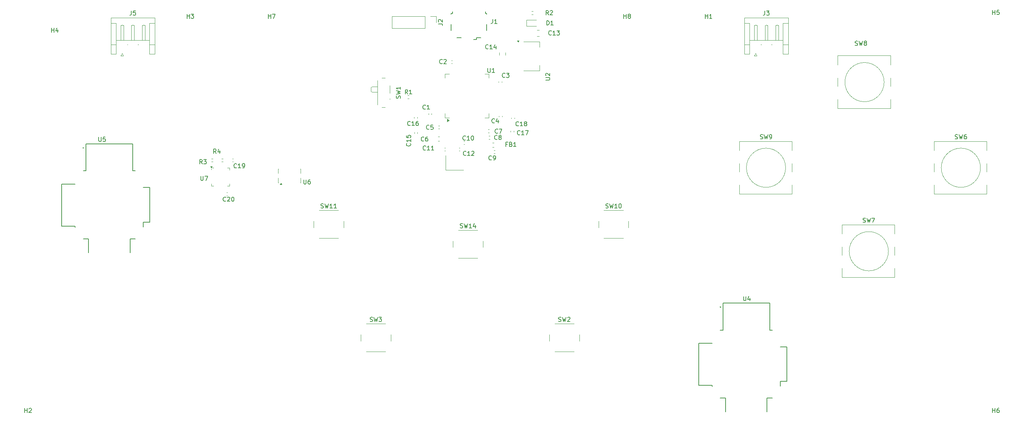
<source format=gto>
%TF.GenerationSoftware,KiCad,Pcbnew,9.0.7*%
%TF.CreationDate,2026-01-18T23:39:18-08:00*%
%TF.ProjectId,STM32_HID_controller,53544d33-325f-4484-9944-5f636f6e7472,rev?*%
%TF.SameCoordinates,Original*%
%TF.FileFunction,Legend,Top*%
%TF.FilePolarity,Positive*%
%FSLAX46Y46*%
G04 Gerber Fmt 4.6, Leading zero omitted, Abs format (unit mm)*
G04 Created by KiCad (PCBNEW 9.0.7) date 2026-01-18 23:39:18*
%MOMM*%
%LPD*%
G01*
G04 APERTURE LIST*
%ADD10C,0.150000*%
%ADD11C,0.120000*%
%ADD12C,0.200000*%
%ADD13C,0.127000*%
G04 APERTURE END LIST*
D10*
X91438095Y-56154819D02*
X91438095Y-56964342D01*
X91438095Y-56964342D02*
X91485714Y-57059580D01*
X91485714Y-57059580D02*
X91533333Y-57107200D01*
X91533333Y-57107200D02*
X91628571Y-57154819D01*
X91628571Y-57154819D02*
X91819047Y-57154819D01*
X91819047Y-57154819D02*
X91914285Y-57107200D01*
X91914285Y-57107200D02*
X91961904Y-57059580D01*
X91961904Y-57059580D02*
X92009523Y-56964342D01*
X92009523Y-56964342D02*
X92009523Y-56154819D01*
X92390476Y-56154819D02*
X93057142Y-56154819D01*
X93057142Y-56154819D02*
X92628571Y-57154819D01*
X95033333Y-50854819D02*
X94700000Y-50378628D01*
X94461905Y-50854819D02*
X94461905Y-49854819D01*
X94461905Y-49854819D02*
X94842857Y-49854819D01*
X94842857Y-49854819D02*
X94938095Y-49902438D01*
X94938095Y-49902438D02*
X94985714Y-49950057D01*
X94985714Y-49950057D02*
X95033333Y-50045295D01*
X95033333Y-50045295D02*
X95033333Y-50188152D01*
X95033333Y-50188152D02*
X94985714Y-50283390D01*
X94985714Y-50283390D02*
X94938095Y-50331009D01*
X94938095Y-50331009D02*
X94842857Y-50378628D01*
X94842857Y-50378628D02*
X94461905Y-50378628D01*
X95890476Y-50188152D02*
X95890476Y-50854819D01*
X95652381Y-49807200D02*
X95414286Y-50521485D01*
X95414286Y-50521485D02*
X96033333Y-50521485D01*
X91783333Y-53304819D02*
X91450000Y-52828628D01*
X91211905Y-53304819D02*
X91211905Y-52304819D01*
X91211905Y-52304819D02*
X91592857Y-52304819D01*
X91592857Y-52304819D02*
X91688095Y-52352438D01*
X91688095Y-52352438D02*
X91735714Y-52400057D01*
X91735714Y-52400057D02*
X91783333Y-52495295D01*
X91783333Y-52495295D02*
X91783333Y-52638152D01*
X91783333Y-52638152D02*
X91735714Y-52733390D01*
X91735714Y-52733390D02*
X91688095Y-52781009D01*
X91688095Y-52781009D02*
X91592857Y-52828628D01*
X91592857Y-52828628D02*
X91211905Y-52828628D01*
X92116667Y-52304819D02*
X92735714Y-52304819D01*
X92735714Y-52304819D02*
X92402381Y-52685771D01*
X92402381Y-52685771D02*
X92545238Y-52685771D01*
X92545238Y-52685771D02*
X92640476Y-52733390D01*
X92640476Y-52733390D02*
X92688095Y-52781009D01*
X92688095Y-52781009D02*
X92735714Y-52876247D01*
X92735714Y-52876247D02*
X92735714Y-53114342D01*
X92735714Y-53114342D02*
X92688095Y-53209580D01*
X92688095Y-53209580D02*
X92640476Y-53257200D01*
X92640476Y-53257200D02*
X92545238Y-53304819D01*
X92545238Y-53304819D02*
X92259524Y-53304819D01*
X92259524Y-53304819D02*
X92164286Y-53257200D01*
X92164286Y-53257200D02*
X92116667Y-53209580D01*
X99807142Y-54159580D02*
X99759523Y-54207200D01*
X99759523Y-54207200D02*
X99616666Y-54254819D01*
X99616666Y-54254819D02*
X99521428Y-54254819D01*
X99521428Y-54254819D02*
X99378571Y-54207200D01*
X99378571Y-54207200D02*
X99283333Y-54111961D01*
X99283333Y-54111961D02*
X99235714Y-54016723D01*
X99235714Y-54016723D02*
X99188095Y-53826247D01*
X99188095Y-53826247D02*
X99188095Y-53683390D01*
X99188095Y-53683390D02*
X99235714Y-53492914D01*
X99235714Y-53492914D02*
X99283333Y-53397676D01*
X99283333Y-53397676D02*
X99378571Y-53302438D01*
X99378571Y-53302438D02*
X99521428Y-53254819D01*
X99521428Y-53254819D02*
X99616666Y-53254819D01*
X99616666Y-53254819D02*
X99759523Y-53302438D01*
X99759523Y-53302438D02*
X99807142Y-53350057D01*
X100759523Y-54254819D02*
X100188095Y-54254819D01*
X100473809Y-54254819D02*
X100473809Y-53254819D01*
X100473809Y-53254819D02*
X100378571Y-53397676D01*
X100378571Y-53397676D02*
X100283333Y-53492914D01*
X100283333Y-53492914D02*
X100188095Y-53540533D01*
X101235714Y-54254819D02*
X101426190Y-54254819D01*
X101426190Y-54254819D02*
X101521428Y-54207200D01*
X101521428Y-54207200D02*
X101569047Y-54159580D01*
X101569047Y-54159580D02*
X101664285Y-54016723D01*
X101664285Y-54016723D02*
X101711904Y-53826247D01*
X101711904Y-53826247D02*
X101711904Y-53445295D01*
X101711904Y-53445295D02*
X101664285Y-53350057D01*
X101664285Y-53350057D02*
X101616666Y-53302438D01*
X101616666Y-53302438D02*
X101521428Y-53254819D01*
X101521428Y-53254819D02*
X101330952Y-53254819D01*
X101330952Y-53254819D02*
X101235714Y-53302438D01*
X101235714Y-53302438D02*
X101188095Y-53350057D01*
X101188095Y-53350057D02*
X101140476Y-53445295D01*
X101140476Y-53445295D02*
X101140476Y-53683390D01*
X101140476Y-53683390D02*
X101188095Y-53778628D01*
X101188095Y-53778628D02*
X101235714Y-53826247D01*
X101235714Y-53826247D02*
X101330952Y-53873866D01*
X101330952Y-53873866D02*
X101521428Y-53873866D01*
X101521428Y-53873866D02*
X101616666Y-53826247D01*
X101616666Y-53826247D02*
X101664285Y-53778628D01*
X101664285Y-53778628D02*
X101711904Y-53683390D01*
X209238095Y-19304819D02*
X209238095Y-18304819D01*
X209238095Y-18781009D02*
X209809523Y-18781009D01*
X209809523Y-19304819D02*
X209809523Y-18304819D01*
X210809523Y-19304819D02*
X210238095Y-19304819D01*
X210523809Y-19304819D02*
X210523809Y-18304819D01*
X210523809Y-18304819D02*
X210428571Y-18447676D01*
X210428571Y-18447676D02*
X210333333Y-18542914D01*
X210333333Y-18542914D02*
X210238095Y-18590533D01*
X50338095Y-111404819D02*
X50338095Y-110404819D01*
X50338095Y-110881009D02*
X50909523Y-110881009D01*
X50909523Y-111404819D02*
X50909523Y-110404819D01*
X51338095Y-110500057D02*
X51385714Y-110452438D01*
X51385714Y-110452438D02*
X51480952Y-110404819D01*
X51480952Y-110404819D02*
X51719047Y-110404819D01*
X51719047Y-110404819D02*
X51814285Y-110452438D01*
X51814285Y-110452438D02*
X51861904Y-110500057D01*
X51861904Y-110500057D02*
X51909523Y-110595295D01*
X51909523Y-110595295D02*
X51909523Y-110690533D01*
X51909523Y-110690533D02*
X51861904Y-110833390D01*
X51861904Y-110833390D02*
X51290476Y-111404819D01*
X51290476Y-111404819D02*
X51909523Y-111404819D01*
X88238095Y-19304819D02*
X88238095Y-18304819D01*
X88238095Y-18781009D02*
X88809523Y-18781009D01*
X88809523Y-19304819D02*
X88809523Y-18304819D01*
X89190476Y-18304819D02*
X89809523Y-18304819D01*
X89809523Y-18304819D02*
X89476190Y-18685771D01*
X89476190Y-18685771D02*
X89619047Y-18685771D01*
X89619047Y-18685771D02*
X89714285Y-18733390D01*
X89714285Y-18733390D02*
X89761904Y-18781009D01*
X89761904Y-18781009D02*
X89809523Y-18876247D01*
X89809523Y-18876247D02*
X89809523Y-19114342D01*
X89809523Y-19114342D02*
X89761904Y-19209580D01*
X89761904Y-19209580D02*
X89714285Y-19257200D01*
X89714285Y-19257200D02*
X89619047Y-19304819D01*
X89619047Y-19304819D02*
X89333333Y-19304819D01*
X89333333Y-19304819D02*
X89238095Y-19257200D01*
X89238095Y-19257200D02*
X89190476Y-19209580D01*
X56588095Y-22554819D02*
X56588095Y-21554819D01*
X56588095Y-22031009D02*
X57159523Y-22031009D01*
X57159523Y-22554819D02*
X57159523Y-21554819D01*
X58064285Y-21888152D02*
X58064285Y-22554819D01*
X57826190Y-21507200D02*
X57588095Y-22221485D01*
X57588095Y-22221485D02*
X58207142Y-22221485D01*
X276338095Y-18404819D02*
X276338095Y-17404819D01*
X276338095Y-17881009D02*
X276909523Y-17881009D01*
X276909523Y-18404819D02*
X276909523Y-17404819D01*
X277861904Y-17404819D02*
X277385714Y-17404819D01*
X277385714Y-17404819D02*
X277338095Y-17881009D01*
X277338095Y-17881009D02*
X277385714Y-17833390D01*
X277385714Y-17833390D02*
X277480952Y-17785771D01*
X277480952Y-17785771D02*
X277719047Y-17785771D01*
X277719047Y-17785771D02*
X277814285Y-17833390D01*
X277814285Y-17833390D02*
X277861904Y-17881009D01*
X277861904Y-17881009D02*
X277909523Y-17976247D01*
X277909523Y-17976247D02*
X277909523Y-18214342D01*
X277909523Y-18214342D02*
X277861904Y-18309580D01*
X277861904Y-18309580D02*
X277814285Y-18357200D01*
X277814285Y-18357200D02*
X277719047Y-18404819D01*
X277719047Y-18404819D02*
X277480952Y-18404819D01*
X277480952Y-18404819D02*
X277385714Y-18357200D01*
X277385714Y-18357200D02*
X277338095Y-18309580D01*
X276338095Y-111404819D02*
X276338095Y-110404819D01*
X276338095Y-110881009D02*
X276909523Y-110881009D01*
X276909523Y-111404819D02*
X276909523Y-110404819D01*
X277814285Y-110404819D02*
X277623809Y-110404819D01*
X277623809Y-110404819D02*
X277528571Y-110452438D01*
X277528571Y-110452438D02*
X277480952Y-110500057D01*
X277480952Y-110500057D02*
X277385714Y-110642914D01*
X277385714Y-110642914D02*
X277338095Y-110833390D01*
X277338095Y-110833390D02*
X277338095Y-111214342D01*
X277338095Y-111214342D02*
X277385714Y-111309580D01*
X277385714Y-111309580D02*
X277433333Y-111357200D01*
X277433333Y-111357200D02*
X277528571Y-111404819D01*
X277528571Y-111404819D02*
X277719047Y-111404819D01*
X277719047Y-111404819D02*
X277814285Y-111357200D01*
X277814285Y-111357200D02*
X277861904Y-111309580D01*
X277861904Y-111309580D02*
X277909523Y-111214342D01*
X277909523Y-111214342D02*
X277909523Y-110976247D01*
X277909523Y-110976247D02*
X277861904Y-110881009D01*
X277861904Y-110881009D02*
X277814285Y-110833390D01*
X277814285Y-110833390D02*
X277719047Y-110785771D01*
X277719047Y-110785771D02*
X277528571Y-110785771D01*
X277528571Y-110785771D02*
X277433333Y-110833390D01*
X277433333Y-110833390D02*
X277385714Y-110881009D01*
X277385714Y-110881009D02*
X277338095Y-110976247D01*
X107238095Y-19304819D02*
X107238095Y-18304819D01*
X107238095Y-18781009D02*
X107809523Y-18781009D01*
X107809523Y-19304819D02*
X107809523Y-18304819D01*
X108190476Y-18304819D02*
X108857142Y-18304819D01*
X108857142Y-18304819D02*
X108428571Y-19304819D01*
X190238095Y-19304819D02*
X190238095Y-18304819D01*
X190238095Y-18781009D02*
X190809523Y-18781009D01*
X190809523Y-19304819D02*
X190809523Y-18304819D01*
X191428571Y-18733390D02*
X191333333Y-18685771D01*
X191333333Y-18685771D02*
X191285714Y-18638152D01*
X191285714Y-18638152D02*
X191238095Y-18542914D01*
X191238095Y-18542914D02*
X191238095Y-18495295D01*
X191238095Y-18495295D02*
X191285714Y-18400057D01*
X191285714Y-18400057D02*
X191333333Y-18352438D01*
X191333333Y-18352438D02*
X191428571Y-18304819D01*
X191428571Y-18304819D02*
X191619047Y-18304819D01*
X191619047Y-18304819D02*
X191714285Y-18352438D01*
X191714285Y-18352438D02*
X191761904Y-18400057D01*
X191761904Y-18400057D02*
X191809523Y-18495295D01*
X191809523Y-18495295D02*
X191809523Y-18542914D01*
X191809523Y-18542914D02*
X191761904Y-18638152D01*
X191761904Y-18638152D02*
X191714285Y-18685771D01*
X191714285Y-18685771D02*
X191619047Y-18733390D01*
X191619047Y-18733390D02*
X191428571Y-18733390D01*
X191428571Y-18733390D02*
X191333333Y-18781009D01*
X191333333Y-18781009D02*
X191285714Y-18828628D01*
X191285714Y-18828628D02*
X191238095Y-18923866D01*
X191238095Y-18923866D02*
X191238095Y-19114342D01*
X191238095Y-19114342D02*
X191285714Y-19209580D01*
X191285714Y-19209580D02*
X191333333Y-19257200D01*
X191333333Y-19257200D02*
X191428571Y-19304819D01*
X191428571Y-19304819D02*
X191619047Y-19304819D01*
X191619047Y-19304819D02*
X191714285Y-19257200D01*
X191714285Y-19257200D02*
X191761904Y-19209580D01*
X191761904Y-19209580D02*
X191809523Y-19114342D01*
X191809523Y-19114342D02*
X191809523Y-18923866D01*
X191809523Y-18923866D02*
X191761904Y-18828628D01*
X191761904Y-18828628D02*
X191714285Y-18781009D01*
X191714285Y-18781009D02*
X191619047Y-18733390D01*
X159616666Y-19504819D02*
X159616666Y-20219104D01*
X159616666Y-20219104D02*
X159569047Y-20361961D01*
X159569047Y-20361961D02*
X159473809Y-20457200D01*
X159473809Y-20457200D02*
X159330952Y-20504819D01*
X159330952Y-20504819D02*
X159235714Y-20504819D01*
X160616666Y-20504819D02*
X160045238Y-20504819D01*
X160330952Y-20504819D02*
X160330952Y-19504819D01*
X160330952Y-19504819D02*
X160235714Y-19647676D01*
X160235714Y-19647676D02*
X160140476Y-19742914D01*
X160140476Y-19742914D02*
X160045238Y-19790533D01*
X138032200Y-37983332D02*
X138079819Y-37840475D01*
X138079819Y-37840475D02*
X138079819Y-37602380D01*
X138079819Y-37602380D02*
X138032200Y-37507142D01*
X138032200Y-37507142D02*
X137984580Y-37459523D01*
X137984580Y-37459523D02*
X137889342Y-37411904D01*
X137889342Y-37411904D02*
X137794104Y-37411904D01*
X137794104Y-37411904D02*
X137698866Y-37459523D01*
X137698866Y-37459523D02*
X137651247Y-37507142D01*
X137651247Y-37507142D02*
X137603628Y-37602380D01*
X137603628Y-37602380D02*
X137556009Y-37792856D01*
X137556009Y-37792856D02*
X137508390Y-37888094D01*
X137508390Y-37888094D02*
X137460771Y-37935713D01*
X137460771Y-37935713D02*
X137365533Y-37983332D01*
X137365533Y-37983332D02*
X137270295Y-37983332D01*
X137270295Y-37983332D02*
X137175057Y-37935713D01*
X137175057Y-37935713D02*
X137127438Y-37888094D01*
X137127438Y-37888094D02*
X137079819Y-37792856D01*
X137079819Y-37792856D02*
X137079819Y-37554761D01*
X137079819Y-37554761D02*
X137127438Y-37411904D01*
X137079819Y-37078570D02*
X138079819Y-36840475D01*
X138079819Y-36840475D02*
X137365533Y-36649999D01*
X137365533Y-36649999D02*
X138079819Y-36459523D01*
X138079819Y-36459523D02*
X137079819Y-36221428D01*
X138079819Y-35316666D02*
X138079819Y-35888094D01*
X138079819Y-35602380D02*
X137079819Y-35602380D01*
X137079819Y-35602380D02*
X137222676Y-35697618D01*
X137222676Y-35697618D02*
X137317914Y-35792856D01*
X137317914Y-35792856D02*
X137365533Y-35888094D01*
X158488095Y-30954819D02*
X158488095Y-31764342D01*
X158488095Y-31764342D02*
X158535714Y-31859580D01*
X158535714Y-31859580D02*
X158583333Y-31907200D01*
X158583333Y-31907200D02*
X158678571Y-31954819D01*
X158678571Y-31954819D02*
X158869047Y-31954819D01*
X158869047Y-31954819D02*
X158964285Y-31907200D01*
X158964285Y-31907200D02*
X159011904Y-31859580D01*
X159011904Y-31859580D02*
X159059523Y-31764342D01*
X159059523Y-31764342D02*
X159059523Y-30954819D01*
X160059523Y-31954819D02*
X159488095Y-31954819D01*
X159773809Y-31954819D02*
X159773809Y-30954819D01*
X159773809Y-30954819D02*
X159678571Y-31097676D01*
X159678571Y-31097676D02*
X159583333Y-31192914D01*
X159583333Y-31192914D02*
X159488095Y-31240533D01*
X218188095Y-84254819D02*
X218188095Y-85064342D01*
X218188095Y-85064342D02*
X218235714Y-85159580D01*
X218235714Y-85159580D02*
X218283333Y-85207200D01*
X218283333Y-85207200D02*
X218378571Y-85254819D01*
X218378571Y-85254819D02*
X218569047Y-85254819D01*
X218569047Y-85254819D02*
X218664285Y-85207200D01*
X218664285Y-85207200D02*
X218711904Y-85159580D01*
X218711904Y-85159580D02*
X218759523Y-85064342D01*
X218759523Y-85064342D02*
X218759523Y-84254819D01*
X219664285Y-84588152D02*
X219664285Y-85254819D01*
X219426190Y-84207200D02*
X219188095Y-84921485D01*
X219188095Y-84921485D02*
X219807142Y-84921485D01*
X67638095Y-47054819D02*
X67638095Y-47864342D01*
X67638095Y-47864342D02*
X67685714Y-47959580D01*
X67685714Y-47959580D02*
X67733333Y-48007200D01*
X67733333Y-48007200D02*
X67828571Y-48054819D01*
X67828571Y-48054819D02*
X68019047Y-48054819D01*
X68019047Y-48054819D02*
X68114285Y-48007200D01*
X68114285Y-48007200D02*
X68161904Y-47959580D01*
X68161904Y-47959580D02*
X68209523Y-47864342D01*
X68209523Y-47864342D02*
X68209523Y-47054819D01*
X69161904Y-47054819D02*
X68685714Y-47054819D01*
X68685714Y-47054819D02*
X68638095Y-47531009D01*
X68638095Y-47531009D02*
X68685714Y-47483390D01*
X68685714Y-47483390D02*
X68780952Y-47435771D01*
X68780952Y-47435771D02*
X69019047Y-47435771D01*
X69019047Y-47435771D02*
X69114285Y-47483390D01*
X69114285Y-47483390D02*
X69161904Y-47531009D01*
X69161904Y-47531009D02*
X69209523Y-47626247D01*
X69209523Y-47626247D02*
X69209523Y-47864342D01*
X69209523Y-47864342D02*
X69161904Y-47959580D01*
X69161904Y-47959580D02*
X69114285Y-48007200D01*
X69114285Y-48007200D02*
X69019047Y-48054819D01*
X69019047Y-48054819D02*
X68780952Y-48054819D01*
X68780952Y-48054819D02*
X68685714Y-48007200D01*
X68685714Y-48007200D02*
X68638095Y-47959580D01*
X143933333Y-40459580D02*
X143885714Y-40507200D01*
X143885714Y-40507200D02*
X143742857Y-40554819D01*
X143742857Y-40554819D02*
X143647619Y-40554819D01*
X143647619Y-40554819D02*
X143504762Y-40507200D01*
X143504762Y-40507200D02*
X143409524Y-40411961D01*
X143409524Y-40411961D02*
X143361905Y-40316723D01*
X143361905Y-40316723D02*
X143314286Y-40126247D01*
X143314286Y-40126247D02*
X143314286Y-39983390D01*
X143314286Y-39983390D02*
X143361905Y-39792914D01*
X143361905Y-39792914D02*
X143409524Y-39697676D01*
X143409524Y-39697676D02*
X143504762Y-39602438D01*
X143504762Y-39602438D02*
X143647619Y-39554819D01*
X143647619Y-39554819D02*
X143742857Y-39554819D01*
X143742857Y-39554819D02*
X143885714Y-39602438D01*
X143885714Y-39602438D02*
X143933333Y-39650057D01*
X144885714Y-40554819D02*
X144314286Y-40554819D01*
X144600000Y-40554819D02*
X144600000Y-39554819D01*
X144600000Y-39554819D02*
X144504762Y-39697676D01*
X144504762Y-39697676D02*
X144409524Y-39792914D01*
X144409524Y-39792914D02*
X144314286Y-39840533D01*
X159333333Y-52309580D02*
X159285714Y-52357200D01*
X159285714Y-52357200D02*
X159142857Y-52404819D01*
X159142857Y-52404819D02*
X159047619Y-52404819D01*
X159047619Y-52404819D02*
X158904762Y-52357200D01*
X158904762Y-52357200D02*
X158809524Y-52261961D01*
X158809524Y-52261961D02*
X158761905Y-52166723D01*
X158761905Y-52166723D02*
X158714286Y-51976247D01*
X158714286Y-51976247D02*
X158714286Y-51833390D01*
X158714286Y-51833390D02*
X158761905Y-51642914D01*
X158761905Y-51642914D02*
X158809524Y-51547676D01*
X158809524Y-51547676D02*
X158904762Y-51452438D01*
X158904762Y-51452438D02*
X159047619Y-51404819D01*
X159047619Y-51404819D02*
X159142857Y-51404819D01*
X159142857Y-51404819D02*
X159285714Y-51452438D01*
X159285714Y-51452438D02*
X159333333Y-51500057D01*
X159809524Y-52404819D02*
X160000000Y-52404819D01*
X160000000Y-52404819D02*
X160095238Y-52357200D01*
X160095238Y-52357200D02*
X160142857Y-52309580D01*
X160142857Y-52309580D02*
X160238095Y-52166723D01*
X160238095Y-52166723D02*
X160285714Y-51976247D01*
X160285714Y-51976247D02*
X160285714Y-51595295D01*
X160285714Y-51595295D02*
X160238095Y-51500057D01*
X160238095Y-51500057D02*
X160190476Y-51452438D01*
X160190476Y-51452438D02*
X160095238Y-51404819D01*
X160095238Y-51404819D02*
X159904762Y-51404819D01*
X159904762Y-51404819D02*
X159809524Y-51452438D01*
X159809524Y-51452438D02*
X159761905Y-51500057D01*
X159761905Y-51500057D02*
X159714286Y-51595295D01*
X159714286Y-51595295D02*
X159714286Y-51833390D01*
X159714286Y-51833390D02*
X159761905Y-51928628D01*
X159761905Y-51928628D02*
X159809524Y-51976247D01*
X159809524Y-51976247D02*
X159904762Y-52023866D01*
X159904762Y-52023866D02*
X160095238Y-52023866D01*
X160095238Y-52023866D02*
X160190476Y-51976247D01*
X160190476Y-51976247D02*
X160238095Y-51928628D01*
X160238095Y-51928628D02*
X160285714Y-51833390D01*
X140359580Y-48522857D02*
X140407200Y-48570476D01*
X140407200Y-48570476D02*
X140454819Y-48713333D01*
X140454819Y-48713333D02*
X140454819Y-48808571D01*
X140454819Y-48808571D02*
X140407200Y-48951428D01*
X140407200Y-48951428D02*
X140311961Y-49046666D01*
X140311961Y-49046666D02*
X140216723Y-49094285D01*
X140216723Y-49094285D02*
X140026247Y-49141904D01*
X140026247Y-49141904D02*
X139883390Y-49141904D01*
X139883390Y-49141904D02*
X139692914Y-49094285D01*
X139692914Y-49094285D02*
X139597676Y-49046666D01*
X139597676Y-49046666D02*
X139502438Y-48951428D01*
X139502438Y-48951428D02*
X139454819Y-48808571D01*
X139454819Y-48808571D02*
X139454819Y-48713333D01*
X139454819Y-48713333D02*
X139502438Y-48570476D01*
X139502438Y-48570476D02*
X139550057Y-48522857D01*
X140454819Y-47570476D02*
X140454819Y-48141904D01*
X140454819Y-47856190D02*
X139454819Y-47856190D01*
X139454819Y-47856190D02*
X139597676Y-47951428D01*
X139597676Y-47951428D02*
X139692914Y-48046666D01*
X139692914Y-48046666D02*
X139740533Y-48141904D01*
X139454819Y-46665714D02*
X139454819Y-47141904D01*
X139454819Y-47141904D02*
X139931009Y-47189523D01*
X139931009Y-47189523D02*
X139883390Y-47141904D01*
X139883390Y-47141904D02*
X139835771Y-47046666D01*
X139835771Y-47046666D02*
X139835771Y-46808571D01*
X139835771Y-46808571D02*
X139883390Y-46713333D01*
X139883390Y-46713333D02*
X139931009Y-46665714D01*
X139931009Y-46665714D02*
X140026247Y-46618095D01*
X140026247Y-46618095D02*
X140264342Y-46618095D01*
X140264342Y-46618095D02*
X140359580Y-46665714D01*
X140359580Y-46665714D02*
X140407200Y-46713333D01*
X140407200Y-46713333D02*
X140454819Y-46808571D01*
X140454819Y-46808571D02*
X140454819Y-47046666D01*
X140454819Y-47046666D02*
X140407200Y-47141904D01*
X140407200Y-47141904D02*
X140359580Y-47189523D01*
X223166666Y-17554819D02*
X223166666Y-18269104D01*
X223166666Y-18269104D02*
X223119047Y-18411961D01*
X223119047Y-18411961D02*
X223023809Y-18507200D01*
X223023809Y-18507200D02*
X222880952Y-18554819D01*
X222880952Y-18554819D02*
X222785714Y-18554819D01*
X223547619Y-17554819D02*
X224166666Y-17554819D01*
X224166666Y-17554819D02*
X223833333Y-17935771D01*
X223833333Y-17935771D02*
X223976190Y-17935771D01*
X223976190Y-17935771D02*
X224071428Y-17983390D01*
X224071428Y-17983390D02*
X224119047Y-18031009D01*
X224119047Y-18031009D02*
X224166666Y-18126247D01*
X224166666Y-18126247D02*
X224166666Y-18364342D01*
X224166666Y-18364342D02*
X224119047Y-18459580D01*
X224119047Y-18459580D02*
X224071428Y-18507200D01*
X224071428Y-18507200D02*
X223976190Y-18554819D01*
X223976190Y-18554819D02*
X223690476Y-18554819D01*
X223690476Y-18554819D02*
X223595238Y-18507200D01*
X223595238Y-18507200D02*
X223547619Y-18459580D01*
X171954819Y-33711904D02*
X172764342Y-33711904D01*
X172764342Y-33711904D02*
X172859580Y-33664285D01*
X172859580Y-33664285D02*
X172907200Y-33616666D01*
X172907200Y-33616666D02*
X172954819Y-33521428D01*
X172954819Y-33521428D02*
X172954819Y-33330952D01*
X172954819Y-33330952D02*
X172907200Y-33235714D01*
X172907200Y-33235714D02*
X172859580Y-33188095D01*
X172859580Y-33188095D02*
X172764342Y-33140476D01*
X172764342Y-33140476D02*
X171954819Y-33140476D01*
X172050057Y-32711904D02*
X172002438Y-32664285D01*
X172002438Y-32664285D02*
X171954819Y-32569047D01*
X171954819Y-32569047D02*
X171954819Y-32330952D01*
X171954819Y-32330952D02*
X172002438Y-32235714D01*
X172002438Y-32235714D02*
X172050057Y-32188095D01*
X172050057Y-32188095D02*
X172145295Y-32140476D01*
X172145295Y-32140476D02*
X172240533Y-32140476D01*
X172240533Y-32140476D02*
X172383390Y-32188095D01*
X172383390Y-32188095D02*
X172954819Y-32759523D01*
X172954819Y-32759523D02*
X172954819Y-32140476D01*
X186020476Y-63579700D02*
X186163333Y-63627319D01*
X186163333Y-63627319D02*
X186401428Y-63627319D01*
X186401428Y-63627319D02*
X186496666Y-63579700D01*
X186496666Y-63579700D02*
X186544285Y-63532080D01*
X186544285Y-63532080D02*
X186591904Y-63436842D01*
X186591904Y-63436842D02*
X186591904Y-63341604D01*
X186591904Y-63341604D02*
X186544285Y-63246366D01*
X186544285Y-63246366D02*
X186496666Y-63198747D01*
X186496666Y-63198747D02*
X186401428Y-63151128D01*
X186401428Y-63151128D02*
X186210952Y-63103509D01*
X186210952Y-63103509D02*
X186115714Y-63055890D01*
X186115714Y-63055890D02*
X186068095Y-63008271D01*
X186068095Y-63008271D02*
X186020476Y-62913033D01*
X186020476Y-62913033D02*
X186020476Y-62817795D01*
X186020476Y-62817795D02*
X186068095Y-62722557D01*
X186068095Y-62722557D02*
X186115714Y-62674938D01*
X186115714Y-62674938D02*
X186210952Y-62627319D01*
X186210952Y-62627319D02*
X186449047Y-62627319D01*
X186449047Y-62627319D02*
X186591904Y-62674938D01*
X186925238Y-62627319D02*
X187163333Y-63627319D01*
X187163333Y-63627319D02*
X187353809Y-62913033D01*
X187353809Y-62913033D02*
X187544285Y-63627319D01*
X187544285Y-63627319D02*
X187782381Y-62627319D01*
X188687142Y-63627319D02*
X188115714Y-63627319D01*
X188401428Y-63627319D02*
X188401428Y-62627319D01*
X188401428Y-62627319D02*
X188306190Y-62770176D01*
X188306190Y-62770176D02*
X188210952Y-62865414D01*
X188210952Y-62865414D02*
X188115714Y-62913033D01*
X189306190Y-62627319D02*
X189401428Y-62627319D01*
X189401428Y-62627319D02*
X189496666Y-62674938D01*
X189496666Y-62674938D02*
X189544285Y-62722557D01*
X189544285Y-62722557D02*
X189591904Y-62817795D01*
X189591904Y-62817795D02*
X189639523Y-63008271D01*
X189639523Y-63008271D02*
X189639523Y-63246366D01*
X189639523Y-63246366D02*
X189591904Y-63436842D01*
X189591904Y-63436842D02*
X189544285Y-63532080D01*
X189544285Y-63532080D02*
X189496666Y-63579700D01*
X189496666Y-63579700D02*
X189401428Y-63627319D01*
X189401428Y-63627319D02*
X189306190Y-63627319D01*
X189306190Y-63627319D02*
X189210952Y-63579700D01*
X189210952Y-63579700D02*
X189163333Y-63532080D01*
X189163333Y-63532080D02*
X189115714Y-63436842D01*
X189115714Y-63436842D02*
X189068095Y-63246366D01*
X189068095Y-63246366D02*
X189068095Y-63008271D01*
X189068095Y-63008271D02*
X189115714Y-62817795D01*
X189115714Y-62817795D02*
X189163333Y-62722557D01*
X189163333Y-62722557D02*
X189210952Y-62674938D01*
X189210952Y-62674938D02*
X189306190Y-62627319D01*
X153357142Y-51259580D02*
X153309523Y-51307200D01*
X153309523Y-51307200D02*
X153166666Y-51354819D01*
X153166666Y-51354819D02*
X153071428Y-51354819D01*
X153071428Y-51354819D02*
X152928571Y-51307200D01*
X152928571Y-51307200D02*
X152833333Y-51211961D01*
X152833333Y-51211961D02*
X152785714Y-51116723D01*
X152785714Y-51116723D02*
X152738095Y-50926247D01*
X152738095Y-50926247D02*
X152738095Y-50783390D01*
X152738095Y-50783390D02*
X152785714Y-50592914D01*
X152785714Y-50592914D02*
X152833333Y-50497676D01*
X152833333Y-50497676D02*
X152928571Y-50402438D01*
X152928571Y-50402438D02*
X153071428Y-50354819D01*
X153071428Y-50354819D02*
X153166666Y-50354819D01*
X153166666Y-50354819D02*
X153309523Y-50402438D01*
X153309523Y-50402438D02*
X153357142Y-50450057D01*
X154309523Y-51354819D02*
X153738095Y-51354819D01*
X154023809Y-51354819D02*
X154023809Y-50354819D01*
X154023809Y-50354819D02*
X153928571Y-50497676D01*
X153928571Y-50497676D02*
X153833333Y-50592914D01*
X153833333Y-50592914D02*
X153738095Y-50640533D01*
X154690476Y-50450057D02*
X154738095Y-50402438D01*
X154738095Y-50402438D02*
X154833333Y-50354819D01*
X154833333Y-50354819D02*
X155071428Y-50354819D01*
X155071428Y-50354819D02*
X155166666Y-50402438D01*
X155166666Y-50402438D02*
X155214285Y-50450057D01*
X155214285Y-50450057D02*
X155261904Y-50545295D01*
X155261904Y-50545295D02*
X155261904Y-50640533D01*
X155261904Y-50640533D02*
X155214285Y-50783390D01*
X155214285Y-50783390D02*
X154642857Y-51354819D01*
X154642857Y-51354819D02*
X155261904Y-51354819D01*
X162483333Y-33009580D02*
X162435714Y-33057200D01*
X162435714Y-33057200D02*
X162292857Y-33104819D01*
X162292857Y-33104819D02*
X162197619Y-33104819D01*
X162197619Y-33104819D02*
X162054762Y-33057200D01*
X162054762Y-33057200D02*
X161959524Y-32961961D01*
X161959524Y-32961961D02*
X161911905Y-32866723D01*
X161911905Y-32866723D02*
X161864286Y-32676247D01*
X161864286Y-32676247D02*
X161864286Y-32533390D01*
X161864286Y-32533390D02*
X161911905Y-32342914D01*
X161911905Y-32342914D02*
X161959524Y-32247676D01*
X161959524Y-32247676D02*
X162054762Y-32152438D01*
X162054762Y-32152438D02*
X162197619Y-32104819D01*
X162197619Y-32104819D02*
X162292857Y-32104819D01*
X162292857Y-32104819D02*
X162435714Y-32152438D01*
X162435714Y-32152438D02*
X162483333Y-32200057D01*
X162816667Y-32104819D02*
X163435714Y-32104819D01*
X163435714Y-32104819D02*
X163102381Y-32485771D01*
X163102381Y-32485771D02*
X163245238Y-32485771D01*
X163245238Y-32485771D02*
X163340476Y-32533390D01*
X163340476Y-32533390D02*
X163388095Y-32581009D01*
X163388095Y-32581009D02*
X163435714Y-32676247D01*
X163435714Y-32676247D02*
X163435714Y-32914342D01*
X163435714Y-32914342D02*
X163388095Y-33009580D01*
X163388095Y-33009580D02*
X163340476Y-33057200D01*
X163340476Y-33057200D02*
X163245238Y-33104819D01*
X163245238Y-33104819D02*
X162959524Y-33104819D01*
X162959524Y-33104819D02*
X162864286Y-33057200D01*
X162864286Y-33057200D02*
X162816667Y-33009580D01*
X152040476Y-68207200D02*
X152183333Y-68254819D01*
X152183333Y-68254819D02*
X152421428Y-68254819D01*
X152421428Y-68254819D02*
X152516666Y-68207200D01*
X152516666Y-68207200D02*
X152564285Y-68159580D01*
X152564285Y-68159580D02*
X152611904Y-68064342D01*
X152611904Y-68064342D02*
X152611904Y-67969104D01*
X152611904Y-67969104D02*
X152564285Y-67873866D01*
X152564285Y-67873866D02*
X152516666Y-67826247D01*
X152516666Y-67826247D02*
X152421428Y-67778628D01*
X152421428Y-67778628D02*
X152230952Y-67731009D01*
X152230952Y-67731009D02*
X152135714Y-67683390D01*
X152135714Y-67683390D02*
X152088095Y-67635771D01*
X152088095Y-67635771D02*
X152040476Y-67540533D01*
X152040476Y-67540533D02*
X152040476Y-67445295D01*
X152040476Y-67445295D02*
X152088095Y-67350057D01*
X152088095Y-67350057D02*
X152135714Y-67302438D01*
X152135714Y-67302438D02*
X152230952Y-67254819D01*
X152230952Y-67254819D02*
X152469047Y-67254819D01*
X152469047Y-67254819D02*
X152611904Y-67302438D01*
X152945238Y-67254819D02*
X153183333Y-68254819D01*
X153183333Y-68254819D02*
X153373809Y-67540533D01*
X153373809Y-67540533D02*
X153564285Y-68254819D01*
X153564285Y-68254819D02*
X153802381Y-67254819D01*
X154707142Y-68254819D02*
X154135714Y-68254819D01*
X154421428Y-68254819D02*
X154421428Y-67254819D01*
X154421428Y-67254819D02*
X154326190Y-67397676D01*
X154326190Y-67397676D02*
X154230952Y-67492914D01*
X154230952Y-67492914D02*
X154135714Y-67540533D01*
X155564285Y-67588152D02*
X155564285Y-68254819D01*
X155326190Y-67207200D02*
X155088095Y-67921485D01*
X155088095Y-67921485D02*
X155707142Y-67921485D01*
X147833333Y-29809580D02*
X147785714Y-29857200D01*
X147785714Y-29857200D02*
X147642857Y-29904819D01*
X147642857Y-29904819D02*
X147547619Y-29904819D01*
X147547619Y-29904819D02*
X147404762Y-29857200D01*
X147404762Y-29857200D02*
X147309524Y-29761961D01*
X147309524Y-29761961D02*
X147261905Y-29666723D01*
X147261905Y-29666723D02*
X147214286Y-29476247D01*
X147214286Y-29476247D02*
X147214286Y-29333390D01*
X147214286Y-29333390D02*
X147261905Y-29142914D01*
X147261905Y-29142914D02*
X147309524Y-29047676D01*
X147309524Y-29047676D02*
X147404762Y-28952438D01*
X147404762Y-28952438D02*
X147547619Y-28904819D01*
X147547619Y-28904819D02*
X147642857Y-28904819D01*
X147642857Y-28904819D02*
X147785714Y-28952438D01*
X147785714Y-28952438D02*
X147833333Y-29000057D01*
X148214286Y-29000057D02*
X148261905Y-28952438D01*
X148261905Y-28952438D02*
X148357143Y-28904819D01*
X148357143Y-28904819D02*
X148595238Y-28904819D01*
X148595238Y-28904819D02*
X148690476Y-28952438D01*
X148690476Y-28952438D02*
X148738095Y-29000057D01*
X148738095Y-29000057D02*
X148785714Y-29095295D01*
X148785714Y-29095295D02*
X148785714Y-29190533D01*
X148785714Y-29190533D02*
X148738095Y-29333390D01*
X148738095Y-29333390D02*
X148166667Y-29904819D01*
X148166667Y-29904819D02*
X148785714Y-29904819D01*
X158557142Y-26359580D02*
X158509523Y-26407200D01*
X158509523Y-26407200D02*
X158366666Y-26454819D01*
X158366666Y-26454819D02*
X158271428Y-26454819D01*
X158271428Y-26454819D02*
X158128571Y-26407200D01*
X158128571Y-26407200D02*
X158033333Y-26311961D01*
X158033333Y-26311961D02*
X157985714Y-26216723D01*
X157985714Y-26216723D02*
X157938095Y-26026247D01*
X157938095Y-26026247D02*
X157938095Y-25883390D01*
X157938095Y-25883390D02*
X157985714Y-25692914D01*
X157985714Y-25692914D02*
X158033333Y-25597676D01*
X158033333Y-25597676D02*
X158128571Y-25502438D01*
X158128571Y-25502438D02*
X158271428Y-25454819D01*
X158271428Y-25454819D02*
X158366666Y-25454819D01*
X158366666Y-25454819D02*
X158509523Y-25502438D01*
X158509523Y-25502438D02*
X158557142Y-25550057D01*
X159509523Y-26454819D02*
X158938095Y-26454819D01*
X159223809Y-26454819D02*
X159223809Y-25454819D01*
X159223809Y-25454819D02*
X159128571Y-25597676D01*
X159128571Y-25597676D02*
X159033333Y-25692914D01*
X159033333Y-25692914D02*
X158938095Y-25740533D01*
X160366666Y-25788152D02*
X160366666Y-26454819D01*
X160128571Y-25407200D02*
X159890476Y-26121485D01*
X159890476Y-26121485D02*
X160509523Y-26121485D01*
X75246666Y-17554819D02*
X75246666Y-18269104D01*
X75246666Y-18269104D02*
X75199047Y-18411961D01*
X75199047Y-18411961D02*
X75103809Y-18507200D01*
X75103809Y-18507200D02*
X74960952Y-18554819D01*
X74960952Y-18554819D02*
X74865714Y-18554819D01*
X76199047Y-17554819D02*
X75722857Y-17554819D01*
X75722857Y-17554819D02*
X75675238Y-18031009D01*
X75675238Y-18031009D02*
X75722857Y-17983390D01*
X75722857Y-17983390D02*
X75818095Y-17935771D01*
X75818095Y-17935771D02*
X76056190Y-17935771D01*
X76056190Y-17935771D02*
X76151428Y-17983390D01*
X76151428Y-17983390D02*
X76199047Y-18031009D01*
X76199047Y-18031009D02*
X76246666Y-18126247D01*
X76246666Y-18126247D02*
X76246666Y-18364342D01*
X76246666Y-18364342D02*
X76199047Y-18459580D01*
X76199047Y-18459580D02*
X76151428Y-18507200D01*
X76151428Y-18507200D02*
X76056190Y-18554819D01*
X76056190Y-18554819D02*
X75818095Y-18554819D01*
X75818095Y-18554819D02*
X75722857Y-18507200D01*
X75722857Y-18507200D02*
X75675238Y-18459580D01*
X115488095Y-57004819D02*
X115488095Y-57814342D01*
X115488095Y-57814342D02*
X115535714Y-57909580D01*
X115535714Y-57909580D02*
X115583333Y-57957200D01*
X115583333Y-57957200D02*
X115678571Y-58004819D01*
X115678571Y-58004819D02*
X115869047Y-58004819D01*
X115869047Y-58004819D02*
X115964285Y-57957200D01*
X115964285Y-57957200D02*
X116011904Y-57909580D01*
X116011904Y-57909580D02*
X116059523Y-57814342D01*
X116059523Y-57814342D02*
X116059523Y-57004819D01*
X116964285Y-57004819D02*
X116773809Y-57004819D01*
X116773809Y-57004819D02*
X116678571Y-57052438D01*
X116678571Y-57052438D02*
X116630952Y-57100057D01*
X116630952Y-57100057D02*
X116535714Y-57242914D01*
X116535714Y-57242914D02*
X116488095Y-57433390D01*
X116488095Y-57433390D02*
X116488095Y-57814342D01*
X116488095Y-57814342D02*
X116535714Y-57909580D01*
X116535714Y-57909580D02*
X116583333Y-57957200D01*
X116583333Y-57957200D02*
X116678571Y-58004819D01*
X116678571Y-58004819D02*
X116869047Y-58004819D01*
X116869047Y-58004819D02*
X116964285Y-57957200D01*
X116964285Y-57957200D02*
X117011904Y-57909580D01*
X117011904Y-57909580D02*
X117059523Y-57814342D01*
X117059523Y-57814342D02*
X117059523Y-57576247D01*
X117059523Y-57576247D02*
X117011904Y-57481009D01*
X117011904Y-57481009D02*
X116964285Y-57433390D01*
X116964285Y-57433390D02*
X116869047Y-57385771D01*
X116869047Y-57385771D02*
X116678571Y-57385771D01*
X116678571Y-57385771D02*
X116583333Y-57433390D01*
X116583333Y-57433390D02*
X116535714Y-57481009D01*
X116535714Y-57481009D02*
X116488095Y-57576247D01*
X222096667Y-47419700D02*
X222239524Y-47467319D01*
X222239524Y-47467319D02*
X222477619Y-47467319D01*
X222477619Y-47467319D02*
X222572857Y-47419700D01*
X222572857Y-47419700D02*
X222620476Y-47372080D01*
X222620476Y-47372080D02*
X222668095Y-47276842D01*
X222668095Y-47276842D02*
X222668095Y-47181604D01*
X222668095Y-47181604D02*
X222620476Y-47086366D01*
X222620476Y-47086366D02*
X222572857Y-47038747D01*
X222572857Y-47038747D02*
X222477619Y-46991128D01*
X222477619Y-46991128D02*
X222287143Y-46943509D01*
X222287143Y-46943509D02*
X222191905Y-46895890D01*
X222191905Y-46895890D02*
X222144286Y-46848271D01*
X222144286Y-46848271D02*
X222096667Y-46753033D01*
X222096667Y-46753033D02*
X222096667Y-46657795D01*
X222096667Y-46657795D02*
X222144286Y-46562557D01*
X222144286Y-46562557D02*
X222191905Y-46514938D01*
X222191905Y-46514938D02*
X222287143Y-46467319D01*
X222287143Y-46467319D02*
X222525238Y-46467319D01*
X222525238Y-46467319D02*
X222668095Y-46514938D01*
X223001429Y-46467319D02*
X223239524Y-47467319D01*
X223239524Y-47467319D02*
X223430000Y-46753033D01*
X223430000Y-46753033D02*
X223620476Y-47467319D01*
X223620476Y-47467319D02*
X223858572Y-46467319D01*
X224287143Y-47467319D02*
X224477619Y-47467319D01*
X224477619Y-47467319D02*
X224572857Y-47419700D01*
X224572857Y-47419700D02*
X224620476Y-47372080D01*
X224620476Y-47372080D02*
X224715714Y-47229223D01*
X224715714Y-47229223D02*
X224763333Y-47038747D01*
X224763333Y-47038747D02*
X224763333Y-46657795D01*
X224763333Y-46657795D02*
X224715714Y-46562557D01*
X224715714Y-46562557D02*
X224668095Y-46514938D01*
X224668095Y-46514938D02*
X224572857Y-46467319D01*
X224572857Y-46467319D02*
X224382381Y-46467319D01*
X224382381Y-46467319D02*
X224287143Y-46514938D01*
X224287143Y-46514938D02*
X224239524Y-46562557D01*
X224239524Y-46562557D02*
X224191905Y-46657795D01*
X224191905Y-46657795D02*
X224191905Y-46895890D01*
X224191905Y-46895890D02*
X224239524Y-46991128D01*
X224239524Y-46991128D02*
X224287143Y-47038747D01*
X224287143Y-47038747D02*
X224382381Y-47086366D01*
X224382381Y-47086366D02*
X224572857Y-47086366D01*
X224572857Y-47086366D02*
X224668095Y-47038747D01*
X224668095Y-47038747D02*
X224715714Y-46991128D01*
X224715714Y-46991128D02*
X224763333Y-46895890D01*
X143957142Y-50009580D02*
X143909523Y-50057200D01*
X143909523Y-50057200D02*
X143766666Y-50104819D01*
X143766666Y-50104819D02*
X143671428Y-50104819D01*
X143671428Y-50104819D02*
X143528571Y-50057200D01*
X143528571Y-50057200D02*
X143433333Y-49961961D01*
X143433333Y-49961961D02*
X143385714Y-49866723D01*
X143385714Y-49866723D02*
X143338095Y-49676247D01*
X143338095Y-49676247D02*
X143338095Y-49533390D01*
X143338095Y-49533390D02*
X143385714Y-49342914D01*
X143385714Y-49342914D02*
X143433333Y-49247676D01*
X143433333Y-49247676D02*
X143528571Y-49152438D01*
X143528571Y-49152438D02*
X143671428Y-49104819D01*
X143671428Y-49104819D02*
X143766666Y-49104819D01*
X143766666Y-49104819D02*
X143909523Y-49152438D01*
X143909523Y-49152438D02*
X143957142Y-49200057D01*
X144909523Y-50104819D02*
X144338095Y-50104819D01*
X144623809Y-50104819D02*
X144623809Y-49104819D01*
X144623809Y-49104819D02*
X144528571Y-49247676D01*
X144528571Y-49247676D02*
X144433333Y-49342914D01*
X144433333Y-49342914D02*
X144338095Y-49390533D01*
X145861904Y-50104819D02*
X145290476Y-50104819D01*
X145576190Y-50104819D02*
X145576190Y-49104819D01*
X145576190Y-49104819D02*
X145480952Y-49247676D01*
X145480952Y-49247676D02*
X145385714Y-49342914D01*
X145385714Y-49342914D02*
X145290476Y-49390533D01*
X172648333Y-18504819D02*
X172315000Y-18028628D01*
X172076905Y-18504819D02*
X172076905Y-17504819D01*
X172076905Y-17504819D02*
X172457857Y-17504819D01*
X172457857Y-17504819D02*
X172553095Y-17552438D01*
X172553095Y-17552438D02*
X172600714Y-17600057D01*
X172600714Y-17600057D02*
X172648333Y-17695295D01*
X172648333Y-17695295D02*
X172648333Y-17838152D01*
X172648333Y-17838152D02*
X172600714Y-17933390D01*
X172600714Y-17933390D02*
X172553095Y-17981009D01*
X172553095Y-17981009D02*
X172457857Y-18028628D01*
X172457857Y-18028628D02*
X172076905Y-18028628D01*
X173029286Y-17600057D02*
X173076905Y-17552438D01*
X173076905Y-17552438D02*
X173172143Y-17504819D01*
X173172143Y-17504819D02*
X173410238Y-17504819D01*
X173410238Y-17504819D02*
X173505476Y-17552438D01*
X173505476Y-17552438D02*
X173553095Y-17600057D01*
X173553095Y-17600057D02*
X173600714Y-17695295D01*
X173600714Y-17695295D02*
X173600714Y-17790533D01*
X173600714Y-17790533D02*
X173553095Y-17933390D01*
X173553095Y-17933390D02*
X172981667Y-18504819D01*
X172981667Y-18504819D02*
X173600714Y-18504819D01*
X153257142Y-47659580D02*
X153209523Y-47707200D01*
X153209523Y-47707200D02*
X153066666Y-47754819D01*
X153066666Y-47754819D02*
X152971428Y-47754819D01*
X152971428Y-47754819D02*
X152828571Y-47707200D01*
X152828571Y-47707200D02*
X152733333Y-47611961D01*
X152733333Y-47611961D02*
X152685714Y-47516723D01*
X152685714Y-47516723D02*
X152638095Y-47326247D01*
X152638095Y-47326247D02*
X152638095Y-47183390D01*
X152638095Y-47183390D02*
X152685714Y-46992914D01*
X152685714Y-46992914D02*
X152733333Y-46897676D01*
X152733333Y-46897676D02*
X152828571Y-46802438D01*
X152828571Y-46802438D02*
X152971428Y-46754819D01*
X152971428Y-46754819D02*
X153066666Y-46754819D01*
X153066666Y-46754819D02*
X153209523Y-46802438D01*
X153209523Y-46802438D02*
X153257142Y-46850057D01*
X154209523Y-47754819D02*
X153638095Y-47754819D01*
X153923809Y-47754819D02*
X153923809Y-46754819D01*
X153923809Y-46754819D02*
X153828571Y-46897676D01*
X153828571Y-46897676D02*
X153733333Y-46992914D01*
X153733333Y-46992914D02*
X153638095Y-47040533D01*
X154828571Y-46754819D02*
X154923809Y-46754819D01*
X154923809Y-46754819D02*
X155019047Y-46802438D01*
X155019047Y-46802438D02*
X155066666Y-46850057D01*
X155066666Y-46850057D02*
X155114285Y-46945295D01*
X155114285Y-46945295D02*
X155161904Y-47135771D01*
X155161904Y-47135771D02*
X155161904Y-47373866D01*
X155161904Y-47373866D02*
X155114285Y-47564342D01*
X155114285Y-47564342D02*
X155066666Y-47659580D01*
X155066666Y-47659580D02*
X155019047Y-47707200D01*
X155019047Y-47707200D02*
X154923809Y-47754819D01*
X154923809Y-47754819D02*
X154828571Y-47754819D01*
X154828571Y-47754819D02*
X154733333Y-47707200D01*
X154733333Y-47707200D02*
X154685714Y-47659580D01*
X154685714Y-47659580D02*
X154638095Y-47564342D01*
X154638095Y-47564342D02*
X154590476Y-47373866D01*
X154590476Y-47373866D02*
X154590476Y-47135771D01*
X154590476Y-47135771D02*
X154638095Y-46945295D01*
X154638095Y-46945295D02*
X154685714Y-46850057D01*
X154685714Y-46850057D02*
X154733333Y-46802438D01*
X154733333Y-46802438D02*
X154828571Y-46754819D01*
X172226905Y-20854819D02*
X172226905Y-19854819D01*
X172226905Y-19854819D02*
X172465000Y-19854819D01*
X172465000Y-19854819D02*
X172607857Y-19902438D01*
X172607857Y-19902438D02*
X172703095Y-19997676D01*
X172703095Y-19997676D02*
X172750714Y-20092914D01*
X172750714Y-20092914D02*
X172798333Y-20283390D01*
X172798333Y-20283390D02*
X172798333Y-20426247D01*
X172798333Y-20426247D02*
X172750714Y-20616723D01*
X172750714Y-20616723D02*
X172703095Y-20711961D01*
X172703095Y-20711961D02*
X172607857Y-20807200D01*
X172607857Y-20807200D02*
X172465000Y-20854819D01*
X172465000Y-20854819D02*
X172226905Y-20854819D01*
X173750714Y-20854819D02*
X173179286Y-20854819D01*
X173465000Y-20854819D02*
X173465000Y-19854819D01*
X173465000Y-19854819D02*
X173369762Y-19997676D01*
X173369762Y-19997676D02*
X173274524Y-20092914D01*
X173274524Y-20092914D02*
X173179286Y-20140533D01*
X143533333Y-47909580D02*
X143485714Y-47957200D01*
X143485714Y-47957200D02*
X143342857Y-48004819D01*
X143342857Y-48004819D02*
X143247619Y-48004819D01*
X143247619Y-48004819D02*
X143104762Y-47957200D01*
X143104762Y-47957200D02*
X143009524Y-47861961D01*
X143009524Y-47861961D02*
X142961905Y-47766723D01*
X142961905Y-47766723D02*
X142914286Y-47576247D01*
X142914286Y-47576247D02*
X142914286Y-47433390D01*
X142914286Y-47433390D02*
X142961905Y-47242914D01*
X142961905Y-47242914D02*
X143009524Y-47147676D01*
X143009524Y-47147676D02*
X143104762Y-47052438D01*
X143104762Y-47052438D02*
X143247619Y-47004819D01*
X143247619Y-47004819D02*
X143342857Y-47004819D01*
X143342857Y-47004819D02*
X143485714Y-47052438D01*
X143485714Y-47052438D02*
X143533333Y-47100057D01*
X144390476Y-47004819D02*
X144200000Y-47004819D01*
X144200000Y-47004819D02*
X144104762Y-47052438D01*
X144104762Y-47052438D02*
X144057143Y-47100057D01*
X144057143Y-47100057D02*
X143961905Y-47242914D01*
X143961905Y-47242914D02*
X143914286Y-47433390D01*
X143914286Y-47433390D02*
X143914286Y-47814342D01*
X143914286Y-47814342D02*
X143961905Y-47909580D01*
X143961905Y-47909580D02*
X144009524Y-47957200D01*
X144009524Y-47957200D02*
X144104762Y-48004819D01*
X144104762Y-48004819D02*
X144295238Y-48004819D01*
X144295238Y-48004819D02*
X144390476Y-47957200D01*
X144390476Y-47957200D02*
X144438095Y-47909580D01*
X144438095Y-47909580D02*
X144485714Y-47814342D01*
X144485714Y-47814342D02*
X144485714Y-47576247D01*
X144485714Y-47576247D02*
X144438095Y-47481009D01*
X144438095Y-47481009D02*
X144390476Y-47433390D01*
X144390476Y-47433390D02*
X144295238Y-47385771D01*
X144295238Y-47385771D02*
X144104762Y-47385771D01*
X144104762Y-47385771D02*
X144009524Y-47433390D01*
X144009524Y-47433390D02*
X143961905Y-47481009D01*
X143961905Y-47481009D02*
X143914286Y-47576247D01*
X144753333Y-45147080D02*
X144705714Y-45194700D01*
X144705714Y-45194700D02*
X144562857Y-45242319D01*
X144562857Y-45242319D02*
X144467619Y-45242319D01*
X144467619Y-45242319D02*
X144324762Y-45194700D01*
X144324762Y-45194700D02*
X144229524Y-45099461D01*
X144229524Y-45099461D02*
X144181905Y-45004223D01*
X144181905Y-45004223D02*
X144134286Y-44813747D01*
X144134286Y-44813747D02*
X144134286Y-44670890D01*
X144134286Y-44670890D02*
X144181905Y-44480414D01*
X144181905Y-44480414D02*
X144229524Y-44385176D01*
X144229524Y-44385176D02*
X144324762Y-44289938D01*
X144324762Y-44289938D02*
X144467619Y-44242319D01*
X144467619Y-44242319D02*
X144562857Y-44242319D01*
X144562857Y-44242319D02*
X144705714Y-44289938D01*
X144705714Y-44289938D02*
X144753333Y-44337557D01*
X145658095Y-44242319D02*
X145181905Y-44242319D01*
X145181905Y-44242319D02*
X145134286Y-44718509D01*
X145134286Y-44718509D02*
X145181905Y-44670890D01*
X145181905Y-44670890D02*
X145277143Y-44623271D01*
X145277143Y-44623271D02*
X145515238Y-44623271D01*
X145515238Y-44623271D02*
X145610476Y-44670890D01*
X145610476Y-44670890D02*
X145658095Y-44718509D01*
X145658095Y-44718509D02*
X145705714Y-44813747D01*
X145705714Y-44813747D02*
X145705714Y-45051842D01*
X145705714Y-45051842D02*
X145658095Y-45147080D01*
X145658095Y-45147080D02*
X145610476Y-45194700D01*
X145610476Y-45194700D02*
X145515238Y-45242319D01*
X145515238Y-45242319D02*
X145277143Y-45242319D01*
X145277143Y-45242319D02*
X145181905Y-45194700D01*
X145181905Y-45194700D02*
X145134286Y-45147080D01*
X267596667Y-47419700D02*
X267739524Y-47467319D01*
X267739524Y-47467319D02*
X267977619Y-47467319D01*
X267977619Y-47467319D02*
X268072857Y-47419700D01*
X268072857Y-47419700D02*
X268120476Y-47372080D01*
X268120476Y-47372080D02*
X268168095Y-47276842D01*
X268168095Y-47276842D02*
X268168095Y-47181604D01*
X268168095Y-47181604D02*
X268120476Y-47086366D01*
X268120476Y-47086366D02*
X268072857Y-47038747D01*
X268072857Y-47038747D02*
X267977619Y-46991128D01*
X267977619Y-46991128D02*
X267787143Y-46943509D01*
X267787143Y-46943509D02*
X267691905Y-46895890D01*
X267691905Y-46895890D02*
X267644286Y-46848271D01*
X267644286Y-46848271D02*
X267596667Y-46753033D01*
X267596667Y-46753033D02*
X267596667Y-46657795D01*
X267596667Y-46657795D02*
X267644286Y-46562557D01*
X267644286Y-46562557D02*
X267691905Y-46514938D01*
X267691905Y-46514938D02*
X267787143Y-46467319D01*
X267787143Y-46467319D02*
X268025238Y-46467319D01*
X268025238Y-46467319D02*
X268168095Y-46514938D01*
X268501429Y-46467319D02*
X268739524Y-47467319D01*
X268739524Y-47467319D02*
X268930000Y-46753033D01*
X268930000Y-46753033D02*
X269120476Y-47467319D01*
X269120476Y-47467319D02*
X269358572Y-46467319D01*
X270168095Y-46467319D02*
X269977619Y-46467319D01*
X269977619Y-46467319D02*
X269882381Y-46514938D01*
X269882381Y-46514938D02*
X269834762Y-46562557D01*
X269834762Y-46562557D02*
X269739524Y-46705414D01*
X269739524Y-46705414D02*
X269691905Y-46895890D01*
X269691905Y-46895890D02*
X269691905Y-47276842D01*
X269691905Y-47276842D02*
X269739524Y-47372080D01*
X269739524Y-47372080D02*
X269787143Y-47419700D01*
X269787143Y-47419700D02*
X269882381Y-47467319D01*
X269882381Y-47467319D02*
X270072857Y-47467319D01*
X270072857Y-47467319D02*
X270168095Y-47419700D01*
X270168095Y-47419700D02*
X270215714Y-47372080D01*
X270215714Y-47372080D02*
X270263333Y-47276842D01*
X270263333Y-47276842D02*
X270263333Y-47038747D01*
X270263333Y-47038747D02*
X270215714Y-46943509D01*
X270215714Y-46943509D02*
X270168095Y-46895890D01*
X270168095Y-46895890D02*
X270072857Y-46848271D01*
X270072857Y-46848271D02*
X269882381Y-46848271D01*
X269882381Y-46848271D02*
X269787143Y-46895890D01*
X269787143Y-46895890D02*
X269739524Y-46943509D01*
X269739524Y-46943509D02*
X269691905Y-47038747D01*
X130996667Y-90079700D02*
X131139524Y-90127319D01*
X131139524Y-90127319D02*
X131377619Y-90127319D01*
X131377619Y-90127319D02*
X131472857Y-90079700D01*
X131472857Y-90079700D02*
X131520476Y-90032080D01*
X131520476Y-90032080D02*
X131568095Y-89936842D01*
X131568095Y-89936842D02*
X131568095Y-89841604D01*
X131568095Y-89841604D02*
X131520476Y-89746366D01*
X131520476Y-89746366D02*
X131472857Y-89698747D01*
X131472857Y-89698747D02*
X131377619Y-89651128D01*
X131377619Y-89651128D02*
X131187143Y-89603509D01*
X131187143Y-89603509D02*
X131091905Y-89555890D01*
X131091905Y-89555890D02*
X131044286Y-89508271D01*
X131044286Y-89508271D02*
X130996667Y-89413033D01*
X130996667Y-89413033D02*
X130996667Y-89317795D01*
X130996667Y-89317795D02*
X131044286Y-89222557D01*
X131044286Y-89222557D02*
X131091905Y-89174938D01*
X131091905Y-89174938D02*
X131187143Y-89127319D01*
X131187143Y-89127319D02*
X131425238Y-89127319D01*
X131425238Y-89127319D02*
X131568095Y-89174938D01*
X131901429Y-89127319D02*
X132139524Y-90127319D01*
X132139524Y-90127319D02*
X132330000Y-89413033D01*
X132330000Y-89413033D02*
X132520476Y-90127319D01*
X132520476Y-90127319D02*
X132758572Y-89127319D01*
X133044286Y-89127319D02*
X133663333Y-89127319D01*
X133663333Y-89127319D02*
X133330000Y-89508271D01*
X133330000Y-89508271D02*
X133472857Y-89508271D01*
X133472857Y-89508271D02*
X133568095Y-89555890D01*
X133568095Y-89555890D02*
X133615714Y-89603509D01*
X133615714Y-89603509D02*
X133663333Y-89698747D01*
X133663333Y-89698747D02*
X133663333Y-89936842D01*
X133663333Y-89936842D02*
X133615714Y-90032080D01*
X133615714Y-90032080D02*
X133568095Y-90079700D01*
X133568095Y-90079700D02*
X133472857Y-90127319D01*
X133472857Y-90127319D02*
X133187143Y-90127319D01*
X133187143Y-90127319D02*
X133091905Y-90079700D01*
X133091905Y-90079700D02*
X133044286Y-90032080D01*
X160783333Y-46059580D02*
X160735714Y-46107200D01*
X160735714Y-46107200D02*
X160592857Y-46154819D01*
X160592857Y-46154819D02*
X160497619Y-46154819D01*
X160497619Y-46154819D02*
X160354762Y-46107200D01*
X160354762Y-46107200D02*
X160259524Y-46011961D01*
X160259524Y-46011961D02*
X160211905Y-45916723D01*
X160211905Y-45916723D02*
X160164286Y-45726247D01*
X160164286Y-45726247D02*
X160164286Y-45583390D01*
X160164286Y-45583390D02*
X160211905Y-45392914D01*
X160211905Y-45392914D02*
X160259524Y-45297676D01*
X160259524Y-45297676D02*
X160354762Y-45202438D01*
X160354762Y-45202438D02*
X160497619Y-45154819D01*
X160497619Y-45154819D02*
X160592857Y-45154819D01*
X160592857Y-45154819D02*
X160735714Y-45202438D01*
X160735714Y-45202438D02*
X160783333Y-45250057D01*
X161116667Y-45154819D02*
X161783333Y-45154819D01*
X161783333Y-45154819D02*
X161354762Y-46154819D01*
X140357142Y-44259580D02*
X140309523Y-44307200D01*
X140309523Y-44307200D02*
X140166666Y-44354819D01*
X140166666Y-44354819D02*
X140071428Y-44354819D01*
X140071428Y-44354819D02*
X139928571Y-44307200D01*
X139928571Y-44307200D02*
X139833333Y-44211961D01*
X139833333Y-44211961D02*
X139785714Y-44116723D01*
X139785714Y-44116723D02*
X139738095Y-43926247D01*
X139738095Y-43926247D02*
X139738095Y-43783390D01*
X139738095Y-43783390D02*
X139785714Y-43592914D01*
X139785714Y-43592914D02*
X139833333Y-43497676D01*
X139833333Y-43497676D02*
X139928571Y-43402438D01*
X139928571Y-43402438D02*
X140071428Y-43354819D01*
X140071428Y-43354819D02*
X140166666Y-43354819D01*
X140166666Y-43354819D02*
X140309523Y-43402438D01*
X140309523Y-43402438D02*
X140357142Y-43450057D01*
X141309523Y-44354819D02*
X140738095Y-44354819D01*
X141023809Y-44354819D02*
X141023809Y-43354819D01*
X141023809Y-43354819D02*
X140928571Y-43497676D01*
X140928571Y-43497676D02*
X140833333Y-43592914D01*
X140833333Y-43592914D02*
X140738095Y-43640533D01*
X142166666Y-43354819D02*
X141976190Y-43354819D01*
X141976190Y-43354819D02*
X141880952Y-43402438D01*
X141880952Y-43402438D02*
X141833333Y-43450057D01*
X141833333Y-43450057D02*
X141738095Y-43592914D01*
X141738095Y-43592914D02*
X141690476Y-43783390D01*
X141690476Y-43783390D02*
X141690476Y-44164342D01*
X141690476Y-44164342D02*
X141738095Y-44259580D01*
X141738095Y-44259580D02*
X141785714Y-44307200D01*
X141785714Y-44307200D02*
X141880952Y-44354819D01*
X141880952Y-44354819D02*
X142071428Y-44354819D01*
X142071428Y-44354819D02*
X142166666Y-44307200D01*
X142166666Y-44307200D02*
X142214285Y-44259580D01*
X142214285Y-44259580D02*
X142261904Y-44164342D01*
X142261904Y-44164342D02*
X142261904Y-43926247D01*
X142261904Y-43926247D02*
X142214285Y-43831009D01*
X142214285Y-43831009D02*
X142166666Y-43783390D01*
X142166666Y-43783390D02*
X142071428Y-43735771D01*
X142071428Y-43735771D02*
X141880952Y-43735771D01*
X141880952Y-43735771D02*
X141785714Y-43783390D01*
X141785714Y-43783390D02*
X141738095Y-43831009D01*
X141738095Y-43831009D02*
X141690476Y-43926247D01*
X244246667Y-25579700D02*
X244389524Y-25627319D01*
X244389524Y-25627319D02*
X244627619Y-25627319D01*
X244627619Y-25627319D02*
X244722857Y-25579700D01*
X244722857Y-25579700D02*
X244770476Y-25532080D01*
X244770476Y-25532080D02*
X244818095Y-25436842D01*
X244818095Y-25436842D02*
X244818095Y-25341604D01*
X244818095Y-25341604D02*
X244770476Y-25246366D01*
X244770476Y-25246366D02*
X244722857Y-25198747D01*
X244722857Y-25198747D02*
X244627619Y-25151128D01*
X244627619Y-25151128D02*
X244437143Y-25103509D01*
X244437143Y-25103509D02*
X244341905Y-25055890D01*
X244341905Y-25055890D02*
X244294286Y-25008271D01*
X244294286Y-25008271D02*
X244246667Y-24913033D01*
X244246667Y-24913033D02*
X244246667Y-24817795D01*
X244246667Y-24817795D02*
X244294286Y-24722557D01*
X244294286Y-24722557D02*
X244341905Y-24674938D01*
X244341905Y-24674938D02*
X244437143Y-24627319D01*
X244437143Y-24627319D02*
X244675238Y-24627319D01*
X244675238Y-24627319D02*
X244818095Y-24674938D01*
X245151429Y-24627319D02*
X245389524Y-25627319D01*
X245389524Y-25627319D02*
X245580000Y-24913033D01*
X245580000Y-24913033D02*
X245770476Y-25627319D01*
X245770476Y-25627319D02*
X246008572Y-24627319D01*
X246532381Y-25055890D02*
X246437143Y-25008271D01*
X246437143Y-25008271D02*
X246389524Y-24960652D01*
X246389524Y-24960652D02*
X246341905Y-24865414D01*
X246341905Y-24865414D02*
X246341905Y-24817795D01*
X246341905Y-24817795D02*
X246389524Y-24722557D01*
X246389524Y-24722557D02*
X246437143Y-24674938D01*
X246437143Y-24674938D02*
X246532381Y-24627319D01*
X246532381Y-24627319D02*
X246722857Y-24627319D01*
X246722857Y-24627319D02*
X246818095Y-24674938D01*
X246818095Y-24674938D02*
X246865714Y-24722557D01*
X246865714Y-24722557D02*
X246913333Y-24817795D01*
X246913333Y-24817795D02*
X246913333Y-24865414D01*
X246913333Y-24865414D02*
X246865714Y-24960652D01*
X246865714Y-24960652D02*
X246818095Y-25008271D01*
X246818095Y-25008271D02*
X246722857Y-25055890D01*
X246722857Y-25055890D02*
X246532381Y-25055890D01*
X246532381Y-25055890D02*
X246437143Y-25103509D01*
X246437143Y-25103509D02*
X246389524Y-25151128D01*
X246389524Y-25151128D02*
X246341905Y-25246366D01*
X246341905Y-25246366D02*
X246341905Y-25436842D01*
X246341905Y-25436842D02*
X246389524Y-25532080D01*
X246389524Y-25532080D02*
X246437143Y-25579700D01*
X246437143Y-25579700D02*
X246532381Y-25627319D01*
X246532381Y-25627319D02*
X246722857Y-25627319D01*
X246722857Y-25627319D02*
X246818095Y-25579700D01*
X246818095Y-25579700D02*
X246865714Y-25532080D01*
X246865714Y-25532080D02*
X246913333Y-25436842D01*
X246913333Y-25436842D02*
X246913333Y-25246366D01*
X246913333Y-25246366D02*
X246865714Y-25151128D01*
X246865714Y-25151128D02*
X246818095Y-25103509D01*
X246818095Y-25103509D02*
X246722857Y-25055890D01*
X146894819Y-20583333D02*
X147609104Y-20583333D01*
X147609104Y-20583333D02*
X147751961Y-20630952D01*
X147751961Y-20630952D02*
X147847200Y-20726190D01*
X147847200Y-20726190D02*
X147894819Y-20869047D01*
X147894819Y-20869047D02*
X147894819Y-20964285D01*
X146990057Y-20154761D02*
X146942438Y-20107142D01*
X146942438Y-20107142D02*
X146894819Y-20011904D01*
X146894819Y-20011904D02*
X146894819Y-19773809D01*
X146894819Y-19773809D02*
X146942438Y-19678571D01*
X146942438Y-19678571D02*
X146990057Y-19630952D01*
X146990057Y-19630952D02*
X147085295Y-19583333D01*
X147085295Y-19583333D02*
X147180533Y-19583333D01*
X147180533Y-19583333D02*
X147323390Y-19630952D01*
X147323390Y-19630952D02*
X147894819Y-20202380D01*
X147894819Y-20202380D02*
X147894819Y-19583333D01*
X165657142Y-44339580D02*
X165609523Y-44387200D01*
X165609523Y-44387200D02*
X165466666Y-44434819D01*
X165466666Y-44434819D02*
X165371428Y-44434819D01*
X165371428Y-44434819D02*
X165228571Y-44387200D01*
X165228571Y-44387200D02*
X165133333Y-44291961D01*
X165133333Y-44291961D02*
X165085714Y-44196723D01*
X165085714Y-44196723D02*
X165038095Y-44006247D01*
X165038095Y-44006247D02*
X165038095Y-43863390D01*
X165038095Y-43863390D02*
X165085714Y-43672914D01*
X165085714Y-43672914D02*
X165133333Y-43577676D01*
X165133333Y-43577676D02*
X165228571Y-43482438D01*
X165228571Y-43482438D02*
X165371428Y-43434819D01*
X165371428Y-43434819D02*
X165466666Y-43434819D01*
X165466666Y-43434819D02*
X165609523Y-43482438D01*
X165609523Y-43482438D02*
X165657142Y-43530057D01*
X166609523Y-44434819D02*
X166038095Y-44434819D01*
X166323809Y-44434819D02*
X166323809Y-43434819D01*
X166323809Y-43434819D02*
X166228571Y-43577676D01*
X166228571Y-43577676D02*
X166133333Y-43672914D01*
X166133333Y-43672914D02*
X166038095Y-43720533D01*
X167180952Y-43863390D02*
X167085714Y-43815771D01*
X167085714Y-43815771D02*
X167038095Y-43768152D01*
X167038095Y-43768152D02*
X166990476Y-43672914D01*
X166990476Y-43672914D02*
X166990476Y-43625295D01*
X166990476Y-43625295D02*
X167038095Y-43530057D01*
X167038095Y-43530057D02*
X167085714Y-43482438D01*
X167085714Y-43482438D02*
X167180952Y-43434819D01*
X167180952Y-43434819D02*
X167371428Y-43434819D01*
X167371428Y-43434819D02*
X167466666Y-43482438D01*
X167466666Y-43482438D02*
X167514285Y-43530057D01*
X167514285Y-43530057D02*
X167561904Y-43625295D01*
X167561904Y-43625295D02*
X167561904Y-43672914D01*
X167561904Y-43672914D02*
X167514285Y-43768152D01*
X167514285Y-43768152D02*
X167466666Y-43815771D01*
X167466666Y-43815771D02*
X167371428Y-43863390D01*
X167371428Y-43863390D02*
X167180952Y-43863390D01*
X167180952Y-43863390D02*
X167085714Y-43911009D01*
X167085714Y-43911009D02*
X167038095Y-43958628D01*
X167038095Y-43958628D02*
X166990476Y-44053866D01*
X166990476Y-44053866D02*
X166990476Y-44244342D01*
X166990476Y-44244342D02*
X167038095Y-44339580D01*
X167038095Y-44339580D02*
X167085714Y-44387200D01*
X167085714Y-44387200D02*
X167180952Y-44434819D01*
X167180952Y-44434819D02*
X167371428Y-44434819D01*
X167371428Y-44434819D02*
X167466666Y-44387200D01*
X167466666Y-44387200D02*
X167514285Y-44339580D01*
X167514285Y-44339580D02*
X167561904Y-44244342D01*
X167561904Y-44244342D02*
X167561904Y-44053866D01*
X167561904Y-44053866D02*
X167514285Y-43958628D01*
X167514285Y-43958628D02*
X167466666Y-43911009D01*
X167466666Y-43911009D02*
X167371428Y-43863390D01*
X173307142Y-23109580D02*
X173259523Y-23157200D01*
X173259523Y-23157200D02*
X173116666Y-23204819D01*
X173116666Y-23204819D02*
X173021428Y-23204819D01*
X173021428Y-23204819D02*
X172878571Y-23157200D01*
X172878571Y-23157200D02*
X172783333Y-23061961D01*
X172783333Y-23061961D02*
X172735714Y-22966723D01*
X172735714Y-22966723D02*
X172688095Y-22776247D01*
X172688095Y-22776247D02*
X172688095Y-22633390D01*
X172688095Y-22633390D02*
X172735714Y-22442914D01*
X172735714Y-22442914D02*
X172783333Y-22347676D01*
X172783333Y-22347676D02*
X172878571Y-22252438D01*
X172878571Y-22252438D02*
X173021428Y-22204819D01*
X173021428Y-22204819D02*
X173116666Y-22204819D01*
X173116666Y-22204819D02*
X173259523Y-22252438D01*
X173259523Y-22252438D02*
X173307142Y-22300057D01*
X174259523Y-23204819D02*
X173688095Y-23204819D01*
X173973809Y-23204819D02*
X173973809Y-22204819D01*
X173973809Y-22204819D02*
X173878571Y-22347676D01*
X173878571Y-22347676D02*
X173783333Y-22442914D01*
X173783333Y-22442914D02*
X173688095Y-22490533D01*
X174592857Y-22204819D02*
X175211904Y-22204819D01*
X175211904Y-22204819D02*
X174878571Y-22585771D01*
X174878571Y-22585771D02*
X175021428Y-22585771D01*
X175021428Y-22585771D02*
X175116666Y-22633390D01*
X175116666Y-22633390D02*
X175164285Y-22681009D01*
X175164285Y-22681009D02*
X175211904Y-22776247D01*
X175211904Y-22776247D02*
X175211904Y-23014342D01*
X175211904Y-23014342D02*
X175164285Y-23109580D01*
X175164285Y-23109580D02*
X175116666Y-23157200D01*
X175116666Y-23157200D02*
X175021428Y-23204819D01*
X175021428Y-23204819D02*
X174735714Y-23204819D01*
X174735714Y-23204819D02*
X174640476Y-23157200D01*
X174640476Y-23157200D02*
X174592857Y-23109580D01*
X119520476Y-63579700D02*
X119663333Y-63627319D01*
X119663333Y-63627319D02*
X119901428Y-63627319D01*
X119901428Y-63627319D02*
X119996666Y-63579700D01*
X119996666Y-63579700D02*
X120044285Y-63532080D01*
X120044285Y-63532080D02*
X120091904Y-63436842D01*
X120091904Y-63436842D02*
X120091904Y-63341604D01*
X120091904Y-63341604D02*
X120044285Y-63246366D01*
X120044285Y-63246366D02*
X119996666Y-63198747D01*
X119996666Y-63198747D02*
X119901428Y-63151128D01*
X119901428Y-63151128D02*
X119710952Y-63103509D01*
X119710952Y-63103509D02*
X119615714Y-63055890D01*
X119615714Y-63055890D02*
X119568095Y-63008271D01*
X119568095Y-63008271D02*
X119520476Y-62913033D01*
X119520476Y-62913033D02*
X119520476Y-62817795D01*
X119520476Y-62817795D02*
X119568095Y-62722557D01*
X119568095Y-62722557D02*
X119615714Y-62674938D01*
X119615714Y-62674938D02*
X119710952Y-62627319D01*
X119710952Y-62627319D02*
X119949047Y-62627319D01*
X119949047Y-62627319D02*
X120091904Y-62674938D01*
X120425238Y-62627319D02*
X120663333Y-63627319D01*
X120663333Y-63627319D02*
X120853809Y-62913033D01*
X120853809Y-62913033D02*
X121044285Y-63627319D01*
X121044285Y-63627319D02*
X121282381Y-62627319D01*
X122187142Y-63627319D02*
X121615714Y-63627319D01*
X121901428Y-63627319D02*
X121901428Y-62627319D01*
X121901428Y-62627319D02*
X121806190Y-62770176D01*
X121806190Y-62770176D02*
X121710952Y-62865414D01*
X121710952Y-62865414D02*
X121615714Y-62913033D01*
X123139523Y-63627319D02*
X122568095Y-63627319D01*
X122853809Y-63627319D02*
X122853809Y-62627319D01*
X122853809Y-62627319D02*
X122758571Y-62770176D01*
X122758571Y-62770176D02*
X122663333Y-62865414D01*
X122663333Y-62865414D02*
X122568095Y-62913033D01*
X174996667Y-90079700D02*
X175139524Y-90127319D01*
X175139524Y-90127319D02*
X175377619Y-90127319D01*
X175377619Y-90127319D02*
X175472857Y-90079700D01*
X175472857Y-90079700D02*
X175520476Y-90032080D01*
X175520476Y-90032080D02*
X175568095Y-89936842D01*
X175568095Y-89936842D02*
X175568095Y-89841604D01*
X175568095Y-89841604D02*
X175520476Y-89746366D01*
X175520476Y-89746366D02*
X175472857Y-89698747D01*
X175472857Y-89698747D02*
X175377619Y-89651128D01*
X175377619Y-89651128D02*
X175187143Y-89603509D01*
X175187143Y-89603509D02*
X175091905Y-89555890D01*
X175091905Y-89555890D02*
X175044286Y-89508271D01*
X175044286Y-89508271D02*
X174996667Y-89413033D01*
X174996667Y-89413033D02*
X174996667Y-89317795D01*
X174996667Y-89317795D02*
X175044286Y-89222557D01*
X175044286Y-89222557D02*
X175091905Y-89174938D01*
X175091905Y-89174938D02*
X175187143Y-89127319D01*
X175187143Y-89127319D02*
X175425238Y-89127319D01*
X175425238Y-89127319D02*
X175568095Y-89174938D01*
X175901429Y-89127319D02*
X176139524Y-90127319D01*
X176139524Y-90127319D02*
X176330000Y-89413033D01*
X176330000Y-89413033D02*
X176520476Y-90127319D01*
X176520476Y-90127319D02*
X176758572Y-89127319D01*
X177091905Y-89222557D02*
X177139524Y-89174938D01*
X177139524Y-89174938D02*
X177234762Y-89127319D01*
X177234762Y-89127319D02*
X177472857Y-89127319D01*
X177472857Y-89127319D02*
X177568095Y-89174938D01*
X177568095Y-89174938D02*
X177615714Y-89222557D01*
X177615714Y-89222557D02*
X177663333Y-89317795D01*
X177663333Y-89317795D02*
X177663333Y-89413033D01*
X177663333Y-89413033D02*
X177615714Y-89555890D01*
X177615714Y-89555890D02*
X177044286Y-90127319D01*
X177044286Y-90127319D02*
X177663333Y-90127319D01*
X160033333Y-43659580D02*
X159985714Y-43707200D01*
X159985714Y-43707200D02*
X159842857Y-43754819D01*
X159842857Y-43754819D02*
X159747619Y-43754819D01*
X159747619Y-43754819D02*
X159604762Y-43707200D01*
X159604762Y-43707200D02*
X159509524Y-43611961D01*
X159509524Y-43611961D02*
X159461905Y-43516723D01*
X159461905Y-43516723D02*
X159414286Y-43326247D01*
X159414286Y-43326247D02*
X159414286Y-43183390D01*
X159414286Y-43183390D02*
X159461905Y-42992914D01*
X159461905Y-42992914D02*
X159509524Y-42897676D01*
X159509524Y-42897676D02*
X159604762Y-42802438D01*
X159604762Y-42802438D02*
X159747619Y-42754819D01*
X159747619Y-42754819D02*
X159842857Y-42754819D01*
X159842857Y-42754819D02*
X159985714Y-42802438D01*
X159985714Y-42802438D02*
X160033333Y-42850057D01*
X160890476Y-43088152D02*
X160890476Y-43754819D01*
X160652381Y-42707200D02*
X160414286Y-43421485D01*
X160414286Y-43421485D02*
X161033333Y-43421485D01*
X160661593Y-47509580D02*
X160613974Y-47557200D01*
X160613974Y-47557200D02*
X160471117Y-47604819D01*
X160471117Y-47604819D02*
X160375879Y-47604819D01*
X160375879Y-47604819D02*
X160233022Y-47557200D01*
X160233022Y-47557200D02*
X160137784Y-47461961D01*
X160137784Y-47461961D02*
X160090165Y-47366723D01*
X160090165Y-47366723D02*
X160042546Y-47176247D01*
X160042546Y-47176247D02*
X160042546Y-47033390D01*
X160042546Y-47033390D02*
X160090165Y-46842914D01*
X160090165Y-46842914D02*
X160137784Y-46747676D01*
X160137784Y-46747676D02*
X160233022Y-46652438D01*
X160233022Y-46652438D02*
X160375879Y-46604819D01*
X160375879Y-46604819D02*
X160471117Y-46604819D01*
X160471117Y-46604819D02*
X160613974Y-46652438D01*
X160613974Y-46652438D02*
X160661593Y-46700057D01*
X161233022Y-47033390D02*
X161137784Y-46985771D01*
X161137784Y-46985771D02*
X161090165Y-46938152D01*
X161090165Y-46938152D02*
X161042546Y-46842914D01*
X161042546Y-46842914D02*
X161042546Y-46795295D01*
X161042546Y-46795295D02*
X161090165Y-46700057D01*
X161090165Y-46700057D02*
X161137784Y-46652438D01*
X161137784Y-46652438D02*
X161233022Y-46604819D01*
X161233022Y-46604819D02*
X161423498Y-46604819D01*
X161423498Y-46604819D02*
X161518736Y-46652438D01*
X161518736Y-46652438D02*
X161566355Y-46700057D01*
X161566355Y-46700057D02*
X161613974Y-46795295D01*
X161613974Y-46795295D02*
X161613974Y-46842914D01*
X161613974Y-46842914D02*
X161566355Y-46938152D01*
X161566355Y-46938152D02*
X161518736Y-46985771D01*
X161518736Y-46985771D02*
X161423498Y-47033390D01*
X161423498Y-47033390D02*
X161233022Y-47033390D01*
X161233022Y-47033390D02*
X161137784Y-47081009D01*
X161137784Y-47081009D02*
X161090165Y-47128628D01*
X161090165Y-47128628D02*
X161042546Y-47223866D01*
X161042546Y-47223866D02*
X161042546Y-47414342D01*
X161042546Y-47414342D02*
X161090165Y-47509580D01*
X161090165Y-47509580D02*
X161137784Y-47557200D01*
X161137784Y-47557200D02*
X161233022Y-47604819D01*
X161233022Y-47604819D02*
X161423498Y-47604819D01*
X161423498Y-47604819D02*
X161518736Y-47557200D01*
X161518736Y-47557200D02*
X161566355Y-47509580D01*
X161566355Y-47509580D02*
X161613974Y-47414342D01*
X161613974Y-47414342D02*
X161613974Y-47223866D01*
X161613974Y-47223866D02*
X161566355Y-47128628D01*
X161566355Y-47128628D02*
X161518736Y-47081009D01*
X161518736Y-47081009D02*
X161423498Y-47033390D01*
X246096667Y-66919700D02*
X246239524Y-66967319D01*
X246239524Y-66967319D02*
X246477619Y-66967319D01*
X246477619Y-66967319D02*
X246572857Y-66919700D01*
X246572857Y-66919700D02*
X246620476Y-66872080D01*
X246620476Y-66872080D02*
X246668095Y-66776842D01*
X246668095Y-66776842D02*
X246668095Y-66681604D01*
X246668095Y-66681604D02*
X246620476Y-66586366D01*
X246620476Y-66586366D02*
X246572857Y-66538747D01*
X246572857Y-66538747D02*
X246477619Y-66491128D01*
X246477619Y-66491128D02*
X246287143Y-66443509D01*
X246287143Y-66443509D02*
X246191905Y-66395890D01*
X246191905Y-66395890D02*
X246144286Y-66348271D01*
X246144286Y-66348271D02*
X246096667Y-66253033D01*
X246096667Y-66253033D02*
X246096667Y-66157795D01*
X246096667Y-66157795D02*
X246144286Y-66062557D01*
X246144286Y-66062557D02*
X246191905Y-66014938D01*
X246191905Y-66014938D02*
X246287143Y-65967319D01*
X246287143Y-65967319D02*
X246525238Y-65967319D01*
X246525238Y-65967319D02*
X246668095Y-66014938D01*
X247001429Y-65967319D02*
X247239524Y-66967319D01*
X247239524Y-66967319D02*
X247430000Y-66253033D01*
X247430000Y-66253033D02*
X247620476Y-66967319D01*
X247620476Y-66967319D02*
X247858572Y-65967319D01*
X248144286Y-65967319D02*
X248810952Y-65967319D01*
X248810952Y-65967319D02*
X248382381Y-66967319D01*
X163016666Y-48731009D02*
X162683333Y-48731009D01*
X162683333Y-49254819D02*
X162683333Y-48254819D01*
X162683333Y-48254819D02*
X163159523Y-48254819D01*
X163873809Y-48731009D02*
X164016666Y-48778628D01*
X164016666Y-48778628D02*
X164064285Y-48826247D01*
X164064285Y-48826247D02*
X164111904Y-48921485D01*
X164111904Y-48921485D02*
X164111904Y-49064342D01*
X164111904Y-49064342D02*
X164064285Y-49159580D01*
X164064285Y-49159580D02*
X164016666Y-49207200D01*
X164016666Y-49207200D02*
X163921428Y-49254819D01*
X163921428Y-49254819D02*
X163540476Y-49254819D01*
X163540476Y-49254819D02*
X163540476Y-48254819D01*
X163540476Y-48254819D02*
X163873809Y-48254819D01*
X163873809Y-48254819D02*
X163969047Y-48302438D01*
X163969047Y-48302438D02*
X164016666Y-48350057D01*
X164016666Y-48350057D02*
X164064285Y-48445295D01*
X164064285Y-48445295D02*
X164064285Y-48540533D01*
X164064285Y-48540533D02*
X164016666Y-48635771D01*
X164016666Y-48635771D02*
X163969047Y-48683390D01*
X163969047Y-48683390D02*
X163873809Y-48731009D01*
X163873809Y-48731009D02*
X163540476Y-48731009D01*
X165064285Y-49254819D02*
X164492857Y-49254819D01*
X164778571Y-49254819D02*
X164778571Y-48254819D01*
X164778571Y-48254819D02*
X164683333Y-48397676D01*
X164683333Y-48397676D02*
X164588095Y-48492914D01*
X164588095Y-48492914D02*
X164492857Y-48540533D01*
X165967142Y-46444580D02*
X165919523Y-46492200D01*
X165919523Y-46492200D02*
X165776666Y-46539819D01*
X165776666Y-46539819D02*
X165681428Y-46539819D01*
X165681428Y-46539819D02*
X165538571Y-46492200D01*
X165538571Y-46492200D02*
X165443333Y-46396961D01*
X165443333Y-46396961D02*
X165395714Y-46301723D01*
X165395714Y-46301723D02*
X165348095Y-46111247D01*
X165348095Y-46111247D02*
X165348095Y-45968390D01*
X165348095Y-45968390D02*
X165395714Y-45777914D01*
X165395714Y-45777914D02*
X165443333Y-45682676D01*
X165443333Y-45682676D02*
X165538571Y-45587438D01*
X165538571Y-45587438D02*
X165681428Y-45539819D01*
X165681428Y-45539819D02*
X165776666Y-45539819D01*
X165776666Y-45539819D02*
X165919523Y-45587438D01*
X165919523Y-45587438D02*
X165967142Y-45635057D01*
X166919523Y-46539819D02*
X166348095Y-46539819D01*
X166633809Y-46539819D02*
X166633809Y-45539819D01*
X166633809Y-45539819D02*
X166538571Y-45682676D01*
X166538571Y-45682676D02*
X166443333Y-45777914D01*
X166443333Y-45777914D02*
X166348095Y-45825533D01*
X167252857Y-45539819D02*
X167919523Y-45539819D01*
X167919523Y-45539819D02*
X167490952Y-46539819D01*
X139758333Y-36984819D02*
X139425000Y-36508628D01*
X139186905Y-36984819D02*
X139186905Y-35984819D01*
X139186905Y-35984819D02*
X139567857Y-35984819D01*
X139567857Y-35984819D02*
X139663095Y-36032438D01*
X139663095Y-36032438D02*
X139710714Y-36080057D01*
X139710714Y-36080057D02*
X139758333Y-36175295D01*
X139758333Y-36175295D02*
X139758333Y-36318152D01*
X139758333Y-36318152D02*
X139710714Y-36413390D01*
X139710714Y-36413390D02*
X139663095Y-36461009D01*
X139663095Y-36461009D02*
X139567857Y-36508628D01*
X139567857Y-36508628D02*
X139186905Y-36508628D01*
X140710714Y-36984819D02*
X140139286Y-36984819D01*
X140425000Y-36984819D02*
X140425000Y-35984819D01*
X140425000Y-35984819D02*
X140329762Y-36127676D01*
X140329762Y-36127676D02*
X140234524Y-36222914D01*
X140234524Y-36222914D02*
X140139286Y-36270533D01*
X97297142Y-61959580D02*
X97249523Y-62007200D01*
X97249523Y-62007200D02*
X97106666Y-62054819D01*
X97106666Y-62054819D02*
X97011428Y-62054819D01*
X97011428Y-62054819D02*
X96868571Y-62007200D01*
X96868571Y-62007200D02*
X96773333Y-61911961D01*
X96773333Y-61911961D02*
X96725714Y-61816723D01*
X96725714Y-61816723D02*
X96678095Y-61626247D01*
X96678095Y-61626247D02*
X96678095Y-61483390D01*
X96678095Y-61483390D02*
X96725714Y-61292914D01*
X96725714Y-61292914D02*
X96773333Y-61197676D01*
X96773333Y-61197676D02*
X96868571Y-61102438D01*
X96868571Y-61102438D02*
X97011428Y-61054819D01*
X97011428Y-61054819D02*
X97106666Y-61054819D01*
X97106666Y-61054819D02*
X97249523Y-61102438D01*
X97249523Y-61102438D02*
X97297142Y-61150057D01*
X97678095Y-61150057D02*
X97725714Y-61102438D01*
X97725714Y-61102438D02*
X97820952Y-61054819D01*
X97820952Y-61054819D02*
X98059047Y-61054819D01*
X98059047Y-61054819D02*
X98154285Y-61102438D01*
X98154285Y-61102438D02*
X98201904Y-61150057D01*
X98201904Y-61150057D02*
X98249523Y-61245295D01*
X98249523Y-61245295D02*
X98249523Y-61340533D01*
X98249523Y-61340533D02*
X98201904Y-61483390D01*
X98201904Y-61483390D02*
X97630476Y-62054819D01*
X97630476Y-62054819D02*
X98249523Y-62054819D01*
X98868571Y-61054819D02*
X98963809Y-61054819D01*
X98963809Y-61054819D02*
X99059047Y-61102438D01*
X99059047Y-61102438D02*
X99106666Y-61150057D01*
X99106666Y-61150057D02*
X99154285Y-61245295D01*
X99154285Y-61245295D02*
X99201904Y-61435771D01*
X99201904Y-61435771D02*
X99201904Y-61673866D01*
X99201904Y-61673866D02*
X99154285Y-61864342D01*
X99154285Y-61864342D02*
X99106666Y-61959580D01*
X99106666Y-61959580D02*
X99059047Y-62007200D01*
X99059047Y-62007200D02*
X98963809Y-62054819D01*
X98963809Y-62054819D02*
X98868571Y-62054819D01*
X98868571Y-62054819D02*
X98773333Y-62007200D01*
X98773333Y-62007200D02*
X98725714Y-61959580D01*
X98725714Y-61959580D02*
X98678095Y-61864342D01*
X98678095Y-61864342D02*
X98630476Y-61673866D01*
X98630476Y-61673866D02*
X98630476Y-61435771D01*
X98630476Y-61435771D02*
X98678095Y-61245295D01*
X98678095Y-61245295D02*
X98725714Y-61150057D01*
X98725714Y-61150057D02*
X98773333Y-61102438D01*
X98773333Y-61102438D02*
X98868571Y-61054819D01*
D11*
%TO.C,U7*%
X93900000Y-54665000D02*
X93900000Y-54440000D01*
X93900000Y-58500000D02*
X93900000Y-57975000D01*
X93900000Y-58500000D02*
X94425000Y-58500000D01*
X94425000Y-54200000D02*
X94200000Y-54200000D01*
X98200000Y-54200000D02*
X97675000Y-54200000D01*
X98200000Y-54200000D02*
X98200000Y-54725000D01*
X98200000Y-58500000D02*
X97675000Y-58500000D01*
X98200000Y-58500000D02*
X98200000Y-57975000D01*
X93900000Y-54200000D02*
X93660000Y-53870000D01*
X94140000Y-53870000D01*
X93900000Y-54200000D01*
G36*
X93900000Y-54200000D02*
G01*
X93660000Y-53870000D01*
X94140000Y-53870000D01*
X93900000Y-54200000D01*
G37*
%TO.C,R4*%
X96643641Y-52830000D02*
X96336359Y-52830000D01*
X96643641Y-52070000D02*
X96336359Y-52070000D01*
%TO.C,R3*%
X93946359Y-52070000D02*
X94253641Y-52070000D01*
X93946359Y-52830000D02*
X94253641Y-52830000D01*
%TO.C,C19*%
X98812164Y-52090000D02*
X99027836Y-52090000D01*
X98812164Y-52810000D02*
X99027836Y-52810000D01*
D10*
%TO.C,J1*%
X158205000Y-22105000D02*
X158205000Y-20705000D01*
X158205000Y-18305000D02*
X158205000Y-18155000D01*
X158205000Y-18155000D02*
X157905000Y-18155000D01*
X157905000Y-18155000D02*
X157905000Y-17705000D01*
X155855000Y-24280000D02*
X155855000Y-23855000D01*
X155855000Y-23855000D02*
X156855000Y-23855000D01*
X155130000Y-24280000D02*
X155855000Y-24280000D01*
X152255000Y-23855000D02*
X151255000Y-23855000D01*
X150205000Y-18155000D02*
X149905000Y-18155000D01*
X150205000Y-17705000D02*
X150205000Y-18155000D01*
X149905000Y-20705000D02*
X149905000Y-22105000D01*
X149905000Y-18155000D02*
X149905000Y-18305000D01*
D11*
%TO.C,SW1*%
X135545000Y-38050000D02*
X135545000Y-38250000D01*
X135545000Y-35050000D02*
X135545000Y-36750000D01*
X134495000Y-33200000D02*
X133705000Y-33200000D01*
X133705000Y-40100000D02*
X134495000Y-40100000D01*
X132695000Y-35250000D02*
X131405000Y-35250000D01*
X132695000Y-33800000D02*
X132695000Y-39500000D01*
X131405000Y-36550000D02*
X132695000Y-36550000D01*
X131405000Y-36550000D02*
X131195000Y-36350000D01*
X131405000Y-35250000D02*
X131195000Y-35450000D01*
X131195000Y-35450000D02*
X131195000Y-36350000D01*
%TO.C,U1*%
X149440000Y-43150000D02*
X148970000Y-43490000D01*
X148970000Y-42810000D01*
X149440000Y-43150000D01*
G36*
X149440000Y-43150000D02*
G01*
X148970000Y-43490000D01*
X148970000Y-42810000D01*
X149440000Y-43150000D01*
G37*
X158710000Y-42510000D02*
X157760000Y-42510000D01*
X158710000Y-41560000D02*
X158710000Y-42510000D01*
X158710000Y-32290000D02*
X158710000Y-33240000D01*
X157760000Y-32290000D02*
X158710000Y-32290000D01*
X149440000Y-42510000D02*
X148490000Y-42510000D01*
X148490000Y-42510000D02*
X148490000Y-41560000D01*
X148490000Y-33240000D02*
X148490000Y-32290000D01*
X148490000Y-32290000D02*
X149440000Y-32290000D01*
D12*
%TO.C,U4*%
X212875000Y-86770000D02*
G75*
G02*
X212675000Y-86770000I-100000J0D01*
G01*
X212675000Y-86770000D02*
G75*
G02*
X212875000Y-86770000I100000J0D01*
G01*
D13*
X228325000Y-104120000D02*
X226775000Y-104120000D01*
X228325000Y-96020000D02*
X228325000Y-104120000D01*
X226775000Y-104120000D02*
X226775000Y-105240000D01*
X226775000Y-96020000D02*
X228325000Y-96020000D01*
X224905000Y-108020000D02*
X223675000Y-108020000D01*
X224275000Y-92120000D02*
X224905000Y-92120000D01*
X224275000Y-85820000D02*
X224275000Y-92120000D01*
X223675000Y-108020000D02*
X223675000Y-111220000D01*
X213975000Y-111220000D02*
X213975000Y-108020000D01*
X213975000Y-108020000D02*
X212755000Y-108020000D01*
X213375000Y-92120000D02*
X213375000Y-85820000D01*
X213375000Y-85820000D02*
X224275000Y-85820000D01*
X212755000Y-92120000D02*
X213375000Y-92120000D01*
X210875000Y-105290000D02*
X210875000Y-105020000D01*
X210875000Y-105020000D02*
X207725000Y-105020000D01*
X207725000Y-105020000D02*
X207725000Y-95220000D01*
X207725000Y-95220000D02*
X210875000Y-95220000D01*
D12*
%TO.C,U5*%
X64125000Y-49570000D02*
G75*
G02*
X63925000Y-49570000I-100000J0D01*
G01*
X63925000Y-49570000D02*
G75*
G02*
X64125000Y-49570000I100000J0D01*
G01*
D13*
X79575000Y-66920000D02*
X78025000Y-66920000D01*
X79575000Y-58820000D02*
X79575000Y-66920000D01*
X78025000Y-66920000D02*
X78025000Y-68040000D01*
X78025000Y-58820000D02*
X79575000Y-58820000D01*
X76155000Y-70820000D02*
X74925000Y-70820000D01*
X75525000Y-54920000D02*
X76155000Y-54920000D01*
X75525000Y-48620000D02*
X75525000Y-54920000D01*
X74925000Y-70820000D02*
X74925000Y-74020000D01*
X65225000Y-74020000D02*
X65225000Y-70820000D01*
X65225000Y-70820000D02*
X64005000Y-70820000D01*
X64625000Y-54920000D02*
X64625000Y-48620000D01*
X64625000Y-48620000D02*
X75525000Y-48620000D01*
X64005000Y-54920000D02*
X64625000Y-54920000D01*
X62125000Y-68090000D02*
X62125000Y-67820000D01*
X62125000Y-67820000D02*
X58975000Y-67820000D01*
X58975000Y-67820000D02*
X58975000Y-58020000D01*
X58975000Y-58020000D02*
X62125000Y-58020000D01*
D11*
%TO.C,C1*%
X144640000Y-41757836D02*
X144640000Y-41542164D01*
X145360000Y-41757836D02*
X145360000Y-41542164D01*
%TO.C,C9*%
X160107836Y-50140000D02*
X159892164Y-50140000D01*
X160107836Y-50860000D02*
X159892164Y-50860000D01*
%TO.C,C15*%
X141340000Y-45972164D02*
X141340000Y-46187836D01*
X142060000Y-45972164D02*
X142060000Y-46187836D01*
%TO.C,J3*%
X218390000Y-19190000D02*
X228610000Y-19190000D01*
X218390000Y-20410000D02*
X219610000Y-20410000D01*
X218390000Y-27610000D02*
X218390000Y-19190000D01*
X219610000Y-20410000D02*
X219610000Y-25410000D01*
X219610000Y-24410000D02*
X227390000Y-24410000D01*
X219610000Y-25410000D02*
X218390000Y-25410000D01*
X219610000Y-25410000D02*
X219610000Y-27610000D01*
X219610000Y-27610000D02*
X218390000Y-27610000D01*
X220680000Y-20990000D02*
X221000000Y-20910000D01*
X220680000Y-24410000D02*
X220680000Y-20990000D01*
X220700000Y-28100000D02*
X221300000Y-28100000D01*
X221000000Y-20910000D02*
X221320000Y-20990000D01*
X221000000Y-24410000D02*
X220680000Y-24410000D01*
X221000000Y-27500000D02*
X220700000Y-28100000D01*
X221300000Y-28100000D02*
X221000000Y-27500000D01*
X221320000Y-20990000D02*
X221320000Y-24410000D01*
X221320000Y-24410000D02*
X221000000Y-24410000D01*
X222170000Y-25410000D02*
X222330000Y-25410000D01*
X223180000Y-20990000D02*
X223500000Y-20910000D01*
X223180000Y-24410000D02*
X223180000Y-20990000D01*
X223500000Y-20910000D02*
X223820000Y-20990000D01*
X223500000Y-24410000D02*
X223180000Y-24410000D01*
X223820000Y-20990000D02*
X223820000Y-24410000D01*
X223820000Y-24410000D02*
X223500000Y-24410000D01*
X224670000Y-25410000D02*
X224830000Y-25410000D01*
X225680000Y-20990000D02*
X226000000Y-20910000D01*
X225680000Y-24410000D02*
X225680000Y-20990000D01*
X226000000Y-20910000D02*
X226320000Y-20990000D01*
X226000000Y-24410000D02*
X225680000Y-24410000D01*
X226320000Y-20990000D02*
X226320000Y-24410000D01*
X226320000Y-24410000D02*
X226000000Y-24410000D01*
X227390000Y-20410000D02*
X227390000Y-25410000D01*
X227390000Y-25410000D02*
X228610000Y-25410000D01*
X227390000Y-27610000D02*
X227390000Y-25410000D01*
X228610000Y-19190000D02*
X228610000Y-27610000D01*
X228610000Y-20410000D02*
X227390000Y-20410000D01*
X228610000Y-27610000D02*
X227390000Y-27610000D01*
%TO.C,U2*%
X166800000Y-24740000D02*
X170560000Y-24740000D01*
X166800000Y-31560000D02*
X170560000Y-31560000D01*
X170560000Y-24740000D02*
X170560000Y-26000000D01*
X170560000Y-31560000D02*
X170560000Y-30300000D01*
X165520000Y-24840000D02*
X165280000Y-24510000D01*
X165760000Y-24510000D01*
X165520000Y-24840000D01*
G36*
X165520000Y-24840000D02*
G01*
X165280000Y-24510000D01*
X165760000Y-24510000D01*
X165520000Y-24840000D01*
G37*
%TO.C,SW10*%
X184330000Y-66672500D02*
X184330000Y-68172500D01*
X185580000Y-70672500D02*
X190080000Y-70672500D01*
X190080000Y-64172500D02*
X185580000Y-64172500D01*
X191330000Y-68172500D02*
X191330000Y-66672500D01*
%TO.C,C12*%
X151721164Y-49568435D02*
X151936836Y-49568435D01*
X151721164Y-50288435D02*
X151936836Y-50288435D01*
%TO.C,C3*%
X160990000Y-34042164D02*
X160990000Y-34257836D01*
X161710000Y-34042164D02*
X161710000Y-34257836D01*
%TO.C,SW14*%
X150350000Y-71300000D02*
X150350000Y-72800000D01*
X151600000Y-75300000D02*
X156100000Y-75300000D01*
X156100000Y-68800000D02*
X151600000Y-68800000D01*
X157350000Y-72800000D02*
X157350000Y-71300000D01*
%TO.C,C2*%
X149957164Y-29127500D02*
X150172836Y-29127500D01*
X149957164Y-29847500D02*
X150172836Y-29847500D01*
%TO.C,C14*%
X161115000Y-27861252D02*
X161115000Y-27338748D01*
X162585000Y-27861252D02*
X162585000Y-27338748D01*
%TO.C,J5*%
X70470000Y-19190000D02*
X80690000Y-19190000D01*
X70470000Y-20410000D02*
X71690000Y-20410000D01*
X70470000Y-27610000D02*
X70470000Y-19190000D01*
X71690000Y-20410000D02*
X71690000Y-25410000D01*
X71690000Y-24410000D02*
X79470000Y-24410000D01*
X71690000Y-25410000D02*
X70470000Y-25410000D01*
X71690000Y-25410000D02*
X71690000Y-27610000D01*
X71690000Y-27610000D02*
X70470000Y-27610000D01*
X72760000Y-20990000D02*
X73080000Y-20910000D01*
X72760000Y-24410000D02*
X72760000Y-20990000D01*
X72780000Y-28100000D02*
X73380000Y-28100000D01*
X73080000Y-20910000D02*
X73400000Y-20990000D01*
X73080000Y-24410000D02*
X72760000Y-24410000D01*
X73080000Y-27500000D02*
X72780000Y-28100000D01*
X73380000Y-28100000D02*
X73080000Y-27500000D01*
X73400000Y-20990000D02*
X73400000Y-24410000D01*
X73400000Y-24410000D02*
X73080000Y-24410000D01*
X74250000Y-25410000D02*
X74410000Y-25410000D01*
X75260000Y-20990000D02*
X75580000Y-20910000D01*
X75260000Y-24410000D02*
X75260000Y-20990000D01*
X75580000Y-20910000D02*
X75900000Y-20990000D01*
X75580000Y-24410000D02*
X75260000Y-24410000D01*
X75900000Y-20990000D02*
X75900000Y-24410000D01*
X75900000Y-24410000D02*
X75580000Y-24410000D01*
X76750000Y-25410000D02*
X76910000Y-25410000D01*
X77760000Y-20990000D02*
X78080000Y-20910000D01*
X77760000Y-24410000D02*
X77760000Y-20990000D01*
X78080000Y-20910000D02*
X78400000Y-20990000D01*
X78080000Y-24410000D02*
X77760000Y-24410000D01*
X78400000Y-20990000D02*
X78400000Y-24410000D01*
X78400000Y-24410000D02*
X78080000Y-24410000D01*
X79470000Y-20410000D02*
X79470000Y-25410000D01*
X79470000Y-25410000D02*
X80690000Y-25410000D01*
X79470000Y-27610000D02*
X79470000Y-25410000D01*
X80690000Y-19190000D02*
X80690000Y-27610000D01*
X80690000Y-20410000D02*
X79470000Y-20410000D01*
X80690000Y-27610000D02*
X79470000Y-27610000D01*
%TO.C,U6*%
X109540000Y-54462500D02*
X109590000Y-54462500D01*
X109540000Y-55512500D02*
X109540000Y-54462500D01*
X109540000Y-57682500D02*
X109540000Y-56632500D01*
X109590000Y-57682500D02*
X109540000Y-57682500D01*
X114710000Y-54462500D02*
X114760000Y-54462500D01*
X114760000Y-54462500D02*
X114760000Y-55512500D01*
X114760000Y-56632500D02*
X114760000Y-57682500D01*
X114760000Y-57682500D02*
X114710000Y-57682500D01*
X110390000Y-58142500D02*
X109910000Y-58142500D01*
X110150000Y-57812500D01*
X110390000Y-58142500D01*
G36*
X110390000Y-58142500D02*
G01*
X109910000Y-58142500D01*
X110150000Y-57812500D01*
X110390000Y-58142500D01*
G37*
%TO.C,SW9*%
X217180000Y-48022500D02*
X229480000Y-48022500D01*
X217180000Y-50142500D02*
X217180000Y-48022500D01*
X217180000Y-55142500D02*
X217180000Y-53202500D01*
X217180000Y-60322500D02*
X217180000Y-58202500D01*
X229480000Y-48022500D02*
X229480000Y-50142500D01*
X229480000Y-53202500D02*
X229480000Y-55142500D01*
X229480000Y-58202500D02*
X229480000Y-60322500D01*
X229480000Y-60322500D02*
X217180000Y-60322500D01*
X228009050Y-54212500D02*
G75*
G02*
X218850950Y-54212500I-4579050J0D01*
G01*
X218850950Y-54212500D02*
G75*
G02*
X228009050Y-54212500I4579050J0D01*
G01*
%TO.C,C11*%
X148557836Y-49540000D02*
X148342164Y-49540000D01*
X148557836Y-50260000D02*
X148342164Y-50260000D01*
%TO.C,R2*%
X168696359Y-17670000D02*
X169003641Y-17670000D01*
X168696359Y-18430000D02*
X169003641Y-18430000D01*
%TO.C,C10*%
X152842164Y-48040000D02*
X153057836Y-48040000D01*
X152842164Y-48760000D02*
X153057836Y-48760000D01*
%TO.C,D1*%
X167515000Y-19665000D02*
X167515000Y-21135000D01*
X167515000Y-21135000D02*
X169800000Y-21135000D01*
X169800000Y-19665000D02*
X167515000Y-19665000D01*
%TO.C,C6*%
X147165580Y-46927500D02*
X146884420Y-46927500D01*
X147165580Y-47947500D02*
X146884420Y-47947500D01*
%TO.C,C5*%
X147157836Y-44390000D02*
X146942164Y-44390000D01*
X147157836Y-45110000D02*
X146942164Y-45110000D01*
%TO.C,Y1*%
X148639000Y-51318435D02*
X148639000Y-54738435D01*
X148639000Y-54738435D02*
X152759000Y-54738435D01*
%TO.C,SW6*%
X262680000Y-48022500D02*
X274980000Y-48022500D01*
X262680000Y-50142500D02*
X262680000Y-48022500D01*
X262680000Y-55142500D02*
X262680000Y-53202500D01*
X262680000Y-60322500D02*
X262680000Y-58202500D01*
X274980000Y-48022500D02*
X274980000Y-50142500D01*
X274980000Y-53202500D02*
X274980000Y-55142500D01*
X274980000Y-58202500D02*
X274980000Y-60322500D01*
X274980000Y-60322500D02*
X262680000Y-60322500D01*
X273509050Y-54212500D02*
G75*
G02*
X264350950Y-54212500I-4579050J0D01*
G01*
X264350950Y-54212500D02*
G75*
G02*
X273509050Y-54212500I4579050J0D01*
G01*
%TO.C,SW3*%
X128830000Y-93172500D02*
X128830000Y-94672500D01*
X130080000Y-97172500D02*
X134580000Y-97172500D01*
X134580000Y-90672500D02*
X130080000Y-90672500D01*
X135830000Y-94672500D02*
X135830000Y-93172500D01*
%TO.C,C7*%
X158777836Y-45290000D02*
X158562164Y-45290000D01*
X158777836Y-46010000D02*
X158562164Y-46010000D01*
%TO.C,C16*%
X141290000Y-42607836D02*
X141290000Y-42392164D01*
X142010000Y-42607836D02*
X142010000Y-42392164D01*
%TO.C,SW8*%
X240180000Y-28022500D02*
X252480000Y-28022500D01*
X240180000Y-30142500D02*
X240180000Y-28022500D01*
X240180000Y-35142500D02*
X240180000Y-33202500D01*
X240180000Y-40322500D02*
X240180000Y-38202500D01*
X252480000Y-28022500D02*
X252480000Y-30142500D01*
X252480000Y-33202500D02*
X252480000Y-35142500D01*
X252480000Y-38202500D02*
X252480000Y-40322500D01*
X252480000Y-40322500D02*
X240180000Y-40322500D01*
X251009050Y-34212500D02*
G75*
G02*
X241850950Y-34212500I-4579050J0D01*
G01*
X241850950Y-34212500D02*
G75*
G02*
X251009050Y-34212500I4579050J0D01*
G01*
%TO.C,J2*%
X136060000Y-18870000D02*
X136060000Y-21630000D01*
X143790000Y-18870000D02*
X136060000Y-18870000D01*
X143790000Y-18870000D02*
X143790000Y-21630000D01*
X143790000Y-21630000D02*
X136060000Y-21630000D01*
X145060000Y-18870000D02*
X146440000Y-18870000D01*
X146440000Y-18870000D02*
X146440000Y-20250000D01*
%TO.C,C18*%
X163990000Y-42737836D02*
X163990000Y-42522164D01*
X164710000Y-42737836D02*
X164710000Y-42522164D01*
%TO.C,C13*%
X170461252Y-22015000D02*
X169938748Y-22015000D01*
X170461252Y-23485000D02*
X169938748Y-23485000D01*
%TO.C,SW11*%
X117830000Y-66672500D02*
X117830000Y-68172500D01*
X119080000Y-70672500D02*
X123580000Y-70672500D01*
X123580000Y-64172500D02*
X119080000Y-64172500D01*
X124830000Y-68172500D02*
X124830000Y-66672500D01*
%TO.C,SW2*%
X172830000Y-93172500D02*
X172830000Y-94672500D01*
X174080000Y-97172500D02*
X178580000Y-97172500D01*
X178580000Y-90672500D02*
X174080000Y-90672500D01*
X179830000Y-94672500D02*
X179830000Y-93172500D01*
%TO.C,C4*%
X161090000Y-42112164D02*
X161090000Y-42327836D01*
X161810000Y-42112164D02*
X161810000Y-42327836D01*
%TO.C,C8*%
X158720424Y-46790000D02*
X158936096Y-46790000D01*
X158720424Y-47510000D02*
X158936096Y-47510000D01*
%TO.C,SW7*%
X241180000Y-67522500D02*
X253480000Y-67522500D01*
X241180000Y-69642500D02*
X241180000Y-67522500D01*
X241180000Y-74642500D02*
X241180000Y-72702500D01*
X241180000Y-79822500D02*
X241180000Y-77702500D01*
X253480000Y-67522500D02*
X253480000Y-69642500D01*
X253480000Y-72702500D02*
X253480000Y-74642500D01*
X253480000Y-77702500D02*
X253480000Y-79822500D01*
X253480000Y-79822500D02*
X241180000Y-79822500D01*
X252009050Y-73712500D02*
G75*
G02*
X242850950Y-73712500I-4579050J0D01*
G01*
X242850950Y-73712500D02*
G75*
G02*
X252009050Y-73712500I4579050J0D01*
G01*
%TO.C,FB1*%
X159565481Y-48390000D02*
X159891039Y-48390000D01*
X159565481Y-49410000D02*
X159891039Y-49410000D01*
%TO.C,C17*%
X163790000Y-45592164D02*
X163790000Y-45807836D01*
X164510000Y-45592164D02*
X164510000Y-45807836D01*
%TO.C,R1*%
X139771359Y-37320000D02*
X140078641Y-37320000D01*
X139771359Y-38080000D02*
X140078641Y-38080000D01*
%TO.C,C20*%
X97462164Y-59990000D02*
X97677836Y-59990000D01*
X97462164Y-60710000D02*
X97677836Y-60710000D01*
%TD*%
M02*

</source>
